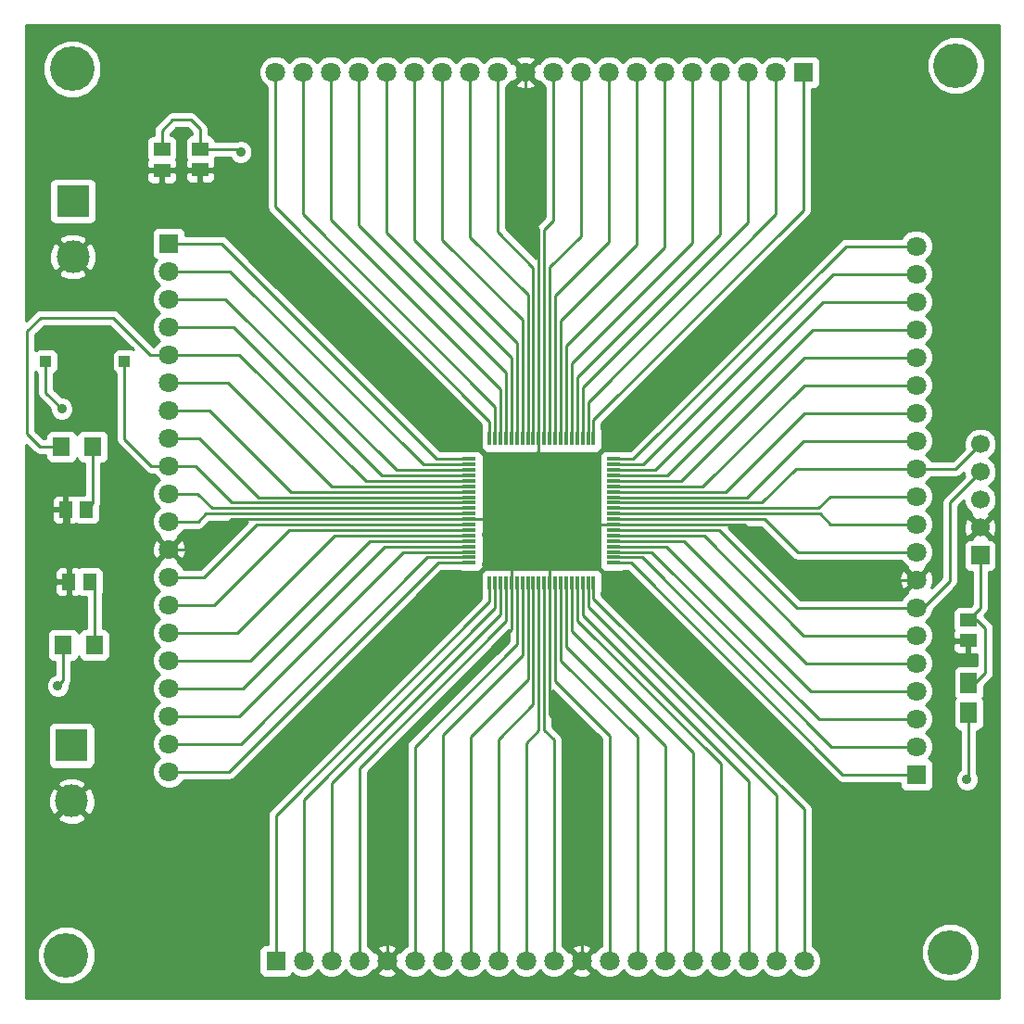
<source format=gtl>
G04 (created by PCBNEW (2013-07-07 BZR 4022)-stable) date 3/13/2015 2:12:22 PM*
%MOIN*%
G04 Gerber Fmt 3.4, Leading zero omitted, Abs format*
%FSLAX34Y34*%
G01*
G70*
G90*
G04 APERTURE LIST*
%ADD10C,0.00590551*%
%ADD11R,0.0394X0.0394*%
%ADD12R,0.0669291X0.0669291*%
%ADD13C,0.0669291*%
%ADD14R,0.0512X0.059*%
%ADD15R,0.059X0.0512*%
%ADD16R,0.1181X0.1181*%
%ADD17C,0.1181*%
%ADD18R,0.0629X0.0709*%
%ADD19R,0.0591X0.0768*%
%ADD20R,0.0511X0.0137*%
%ADD21R,0.0137X0.0511*%
%ADD22C,0.16*%
%ADD23R,0.0708661X0.0708661*%
%ADD24C,0.0708661*%
%ADD25C,0.035*%
%ADD26C,0.01*%
G04 APERTURE END LIST*
G54D10*
G54D11*
X44271Y-38838D03*
X47105Y-38838D03*
G54D12*
X77880Y-45820D03*
G54D13*
X77880Y-44820D03*
X77880Y-43820D03*
X77880Y-42820D03*
X77880Y-41820D03*
G54D14*
X45097Y-46771D03*
X45847Y-46771D03*
G54D15*
X49822Y-31949D03*
X49822Y-31199D03*
X48444Y-31969D03*
X48444Y-31219D03*
X77445Y-48888D03*
X77445Y-48138D03*
G54D14*
X44979Y-44173D03*
X45729Y-44173D03*
G54D16*
X45200Y-52660D03*
G54D17*
X45200Y-54660D03*
G54D18*
X45952Y-41909D03*
X44834Y-41909D03*
X46011Y-49035D03*
X44893Y-49035D03*
G54D19*
X77465Y-50412D03*
X77465Y-51494D03*
G54D20*
X59504Y-42350D03*
X59504Y-42547D03*
X59504Y-42744D03*
X59504Y-42941D03*
X59504Y-43138D03*
X59504Y-43335D03*
X59504Y-43532D03*
X59504Y-43728D03*
X59504Y-43925D03*
X59504Y-44122D03*
X59504Y-44318D03*
X59504Y-44515D03*
X59504Y-44712D03*
X59504Y-44908D03*
X59504Y-45105D03*
X59504Y-45302D03*
X59504Y-45499D03*
X59504Y-45696D03*
X59504Y-45893D03*
X59504Y-46090D03*
G54D21*
X60230Y-46816D03*
X60427Y-46816D03*
X60624Y-46816D03*
X60821Y-46816D03*
X61018Y-46816D03*
X61215Y-46816D03*
X61412Y-46816D03*
X61608Y-46816D03*
X61805Y-46816D03*
X62002Y-46816D03*
X62198Y-46816D03*
X62395Y-46816D03*
X62592Y-46816D03*
X62788Y-46816D03*
X62985Y-46816D03*
X63182Y-46816D03*
X63379Y-46816D03*
X63576Y-46816D03*
X63773Y-46816D03*
X63970Y-46816D03*
G54D20*
X64696Y-46090D03*
X64696Y-45893D03*
X64696Y-45696D03*
X64696Y-45499D03*
X64696Y-45302D03*
X64696Y-45105D03*
X64696Y-44908D03*
X64696Y-44712D03*
X64696Y-44515D03*
X64696Y-44318D03*
X64696Y-44122D03*
X64696Y-43925D03*
X64696Y-43728D03*
X64696Y-43532D03*
X64696Y-43335D03*
X64696Y-43138D03*
X64696Y-42941D03*
X64696Y-42744D03*
X64696Y-42547D03*
X64696Y-42350D03*
G54D21*
X63970Y-41624D03*
X63773Y-41624D03*
X63576Y-41624D03*
X63379Y-41624D03*
X63182Y-41624D03*
X62985Y-41624D03*
X62788Y-41624D03*
X62592Y-41624D03*
X62395Y-41624D03*
X62198Y-41624D03*
X62002Y-41624D03*
X61805Y-41624D03*
X61608Y-41624D03*
X61412Y-41624D03*
X61215Y-41624D03*
X61018Y-41624D03*
X60821Y-41624D03*
X60624Y-41624D03*
X60427Y-41624D03*
X60230Y-41624D03*
G54D22*
X45220Y-28320D03*
X45000Y-60200D03*
X77000Y-28200D03*
X76800Y-60100D03*
G54D23*
X52540Y-60400D03*
G54D24*
X53540Y-60400D03*
X54540Y-60400D03*
X55540Y-60400D03*
X56540Y-60400D03*
X57540Y-60400D03*
X58540Y-60400D03*
X59540Y-60400D03*
X60540Y-60400D03*
X61540Y-60400D03*
X62540Y-60400D03*
X63540Y-60400D03*
X64540Y-60400D03*
X65540Y-60400D03*
X66540Y-60400D03*
X67540Y-60400D03*
X68540Y-60400D03*
X69540Y-60400D03*
X70540Y-60400D03*
X71540Y-60400D03*
G54D23*
X48700Y-34600D03*
G54D24*
X48700Y-35600D03*
X48700Y-36600D03*
X48700Y-37600D03*
X48700Y-38600D03*
X48700Y-39600D03*
X48700Y-40600D03*
X48700Y-41600D03*
X48700Y-42600D03*
X48700Y-43600D03*
X48700Y-44600D03*
X48700Y-45600D03*
X48700Y-46600D03*
X48700Y-47600D03*
X48700Y-48600D03*
X48700Y-49600D03*
X48700Y-50600D03*
X48700Y-51600D03*
X48700Y-52600D03*
X48700Y-53600D03*
G54D23*
X75580Y-53700D03*
G54D24*
X75580Y-52700D03*
X75580Y-51700D03*
X75580Y-50700D03*
X75580Y-49700D03*
X75580Y-48700D03*
X75580Y-47700D03*
X75580Y-46700D03*
X75580Y-45700D03*
X75580Y-44700D03*
X75580Y-43700D03*
X75580Y-42700D03*
X75580Y-41700D03*
X75580Y-40700D03*
X75580Y-39700D03*
X75580Y-38700D03*
X75580Y-37700D03*
X75580Y-36700D03*
X75580Y-35700D03*
X75580Y-34700D03*
G54D23*
X71520Y-28440D03*
G54D24*
X70520Y-28440D03*
X69520Y-28440D03*
X68520Y-28440D03*
X67520Y-28440D03*
X66520Y-28440D03*
X65520Y-28440D03*
X64520Y-28440D03*
X63520Y-28440D03*
X62520Y-28440D03*
X61520Y-28440D03*
X60520Y-28440D03*
X59520Y-28440D03*
X58520Y-28440D03*
X57520Y-28440D03*
X56520Y-28440D03*
X55520Y-28440D03*
X54520Y-28440D03*
X53520Y-28440D03*
X52520Y-28440D03*
G54D16*
X45240Y-33080D03*
G54D17*
X45240Y-35080D03*
G54D25*
X63523Y-44960D03*
X62106Y-45649D03*
X60118Y-46161D03*
X60118Y-45078D03*
X61318Y-42677D03*
X77401Y-53877D03*
X44842Y-40551D03*
X44704Y-50511D03*
X51279Y-31318D03*
G54D26*
X64696Y-44712D02*
X69377Y-44712D01*
X71365Y-46700D02*
X75580Y-46700D01*
X69377Y-44712D02*
X71365Y-46700D01*
X62002Y-41624D02*
X62002Y-34068D01*
X61520Y-33586D02*
X61520Y-28440D01*
X62002Y-34068D02*
X61520Y-33586D01*
X56540Y-60400D02*
X56540Y-52967D01*
X61018Y-48489D02*
X61018Y-46816D01*
X56540Y-52967D02*
X61018Y-48489D01*
X63540Y-60400D02*
X63540Y-52673D01*
X62395Y-51528D02*
X62395Y-46816D01*
X63540Y-52673D02*
X62395Y-51528D01*
X45097Y-46771D02*
X45097Y-44291D01*
X45097Y-44291D02*
X44979Y-44173D01*
X64696Y-44712D02*
X64185Y-44712D01*
X63937Y-44960D02*
X63523Y-44960D01*
X64185Y-44712D02*
X63937Y-44960D01*
X62395Y-46816D02*
X62395Y-46253D01*
X62395Y-46253D02*
X62106Y-45964D01*
X62106Y-45964D02*
X62106Y-45649D01*
X61018Y-46816D02*
X61018Y-46372D01*
X60807Y-46161D02*
X60118Y-46161D01*
X61018Y-46372D02*
X60807Y-46161D01*
X59504Y-44515D02*
X60007Y-44515D01*
X60118Y-44625D02*
X60118Y-45078D01*
X60007Y-44515D02*
X60118Y-44625D01*
X62002Y-41624D02*
X62002Y-42072D01*
X61318Y-42401D02*
X61318Y-42677D01*
X61515Y-42204D02*
X61318Y-42401D01*
X61870Y-42204D02*
X61515Y-42204D01*
X62002Y-42072D02*
X61870Y-42204D01*
X59504Y-44515D02*
X50957Y-44515D01*
X49872Y-45600D02*
X48700Y-45600D01*
X50957Y-44515D02*
X49872Y-45600D01*
X44834Y-41909D02*
X44055Y-41909D01*
X48029Y-38600D02*
X48700Y-38600D01*
X46692Y-37263D02*
X48029Y-38600D01*
X44094Y-37263D02*
X46692Y-37263D01*
X43602Y-37755D02*
X44094Y-37263D01*
X43602Y-41456D02*
X43602Y-37755D01*
X44055Y-41909D02*
X43602Y-41456D01*
X59504Y-43138D02*
X55775Y-43138D01*
X51237Y-38600D02*
X48700Y-38600D01*
X55775Y-43138D02*
X51237Y-38600D01*
X77880Y-45820D02*
X77880Y-47704D01*
X77880Y-47704D02*
X77445Y-48138D01*
X47105Y-38838D02*
X47105Y-41633D01*
X48072Y-42600D02*
X48700Y-42600D01*
X47105Y-41633D02*
X48072Y-42600D01*
X77465Y-50412D02*
X77698Y-50412D01*
X77764Y-48138D02*
X77445Y-48138D01*
X78070Y-48444D02*
X77764Y-48138D01*
X78070Y-50039D02*
X78070Y-48444D01*
X77698Y-50412D02*
X78070Y-50039D01*
X59504Y-43925D02*
X50972Y-43925D01*
X50972Y-43925D02*
X49647Y-42600D01*
X49647Y-42600D02*
X48700Y-42600D01*
X75580Y-42700D02*
X77000Y-42700D01*
X77000Y-42700D02*
X77880Y-41820D01*
X64696Y-43925D02*
X70031Y-43925D01*
X71256Y-42700D02*
X75580Y-42700D01*
X70031Y-43925D02*
X71256Y-42700D01*
X75580Y-47700D02*
X75823Y-47700D01*
X76791Y-43908D02*
X77880Y-42820D01*
X76791Y-46732D02*
X76791Y-43908D01*
X75823Y-47700D02*
X76791Y-46732D01*
X64696Y-44908D02*
X68490Y-44908D01*
X71282Y-47700D02*
X75580Y-47700D01*
X68490Y-44908D02*
X71282Y-47700D01*
X61540Y-60400D02*
X61540Y-52574D01*
X62002Y-52112D02*
X62002Y-46816D01*
X61540Y-52574D02*
X62002Y-52112D01*
X61805Y-46816D02*
X61805Y-51187D01*
X60540Y-52452D02*
X60540Y-60400D01*
X61805Y-51187D02*
X60540Y-52452D01*
X61608Y-46816D02*
X61608Y-50281D01*
X59540Y-52349D02*
X59540Y-60400D01*
X61608Y-50281D02*
X59540Y-52349D01*
X58540Y-60400D02*
X58540Y-52267D01*
X61412Y-49395D02*
X61412Y-46816D01*
X58540Y-52267D02*
X61412Y-49395D01*
X62788Y-46816D02*
X62788Y-49599D01*
X65540Y-52351D02*
X65540Y-60400D01*
X62788Y-49599D02*
X65540Y-52351D01*
X62592Y-46816D02*
X62592Y-50347D01*
X64540Y-52295D02*
X64540Y-60400D01*
X62592Y-50347D02*
X64540Y-52295D01*
X64696Y-44318D02*
X72113Y-44318D01*
X72495Y-44700D02*
X75580Y-44700D01*
X72113Y-44318D02*
X72495Y-44700D01*
X64696Y-44515D02*
X70125Y-44515D01*
X71310Y-45700D02*
X75580Y-45700D01*
X70125Y-44515D02*
X71310Y-45700D01*
X64696Y-42744D02*
X66193Y-42744D01*
X72237Y-36700D02*
X75580Y-36700D01*
X66193Y-42744D02*
X72237Y-36700D01*
X64696Y-42941D02*
X66606Y-42941D01*
X71847Y-37700D02*
X75580Y-37700D01*
X66606Y-42941D02*
X71847Y-37700D01*
X64696Y-43138D02*
X67117Y-43138D01*
X71555Y-38700D02*
X75580Y-38700D01*
X67117Y-43138D02*
X71555Y-38700D01*
X64696Y-43335D02*
X67905Y-43335D01*
X71540Y-39700D02*
X75580Y-39700D01*
X67905Y-43335D02*
X71540Y-39700D01*
X64696Y-43532D02*
X68731Y-43532D01*
X71563Y-40700D02*
X75580Y-40700D01*
X68731Y-43532D02*
X71563Y-40700D01*
X64696Y-43728D02*
X69480Y-43728D01*
X71508Y-41700D02*
X75580Y-41700D01*
X69480Y-43728D02*
X71508Y-41700D01*
X63182Y-46816D02*
X63182Y-48556D01*
X67540Y-52914D02*
X67540Y-60400D01*
X63182Y-48556D02*
X67540Y-52914D01*
X62985Y-46816D02*
X62985Y-49126D01*
X66540Y-52681D02*
X66540Y-60400D01*
X62985Y-49126D02*
X66540Y-52681D01*
X64696Y-45696D02*
X66070Y-45696D01*
X72074Y-51700D02*
X75580Y-51700D01*
X66070Y-45696D02*
X72074Y-51700D01*
X64696Y-45499D02*
X66601Y-45499D01*
X71802Y-50700D02*
X75580Y-50700D01*
X66601Y-45499D02*
X71802Y-50700D01*
X64696Y-45302D02*
X67231Y-45302D01*
X71629Y-49700D02*
X75580Y-49700D01*
X67231Y-45302D02*
X71629Y-49700D01*
X64696Y-45105D02*
X67939Y-45105D01*
X71534Y-48700D02*
X75580Y-48700D01*
X67939Y-45105D02*
X71534Y-48700D01*
X63379Y-46816D02*
X63379Y-48162D01*
X68540Y-53323D02*
X68540Y-60400D01*
X63379Y-48162D02*
X68540Y-53323D01*
X63576Y-46816D02*
X63576Y-47965D01*
X69540Y-53929D02*
X69540Y-60400D01*
X63576Y-47965D02*
X69540Y-53929D01*
X61805Y-41624D02*
X61805Y-35466D01*
X60520Y-34181D02*
X60520Y-28440D01*
X61805Y-35466D02*
X60520Y-34181D01*
X62395Y-41624D02*
X62395Y-35459D01*
X63520Y-34334D02*
X63520Y-28440D01*
X62395Y-35459D02*
X63520Y-34334D01*
X62592Y-41624D02*
X62592Y-36463D01*
X64520Y-34535D02*
X64520Y-28440D01*
X62592Y-36463D02*
X64520Y-34535D01*
X62788Y-41624D02*
X62788Y-37389D01*
X65520Y-34657D02*
X65520Y-28440D01*
X62788Y-37389D02*
X65520Y-34657D01*
X62985Y-41624D02*
X62985Y-38294D01*
X66520Y-34759D02*
X66520Y-28440D01*
X62985Y-38294D02*
X66520Y-34759D01*
X63182Y-41624D02*
X63182Y-38924D01*
X67520Y-34586D02*
X67520Y-28440D01*
X63182Y-38924D02*
X67520Y-34586D01*
X63379Y-41624D02*
X63379Y-39416D01*
X68520Y-34275D02*
X68520Y-28440D01*
X63379Y-39416D02*
X68520Y-34275D01*
X63576Y-41624D02*
X63576Y-39790D01*
X69520Y-33846D02*
X69520Y-28440D01*
X63576Y-39790D02*
X69520Y-33846D01*
X48700Y-37600D02*
X51025Y-37600D01*
X56366Y-42941D02*
X59504Y-42941D01*
X51025Y-37600D02*
X56366Y-42941D01*
X59504Y-42744D02*
X56877Y-42744D01*
X50733Y-36600D02*
X48700Y-36600D01*
X56877Y-42744D02*
X50733Y-36600D01*
X60624Y-41624D02*
X60624Y-39836D01*
X54520Y-33732D02*
X54520Y-28440D01*
X60624Y-39836D02*
X54520Y-33732D01*
X60821Y-41624D02*
X60821Y-39246D01*
X55520Y-33945D02*
X55520Y-28440D01*
X60821Y-39246D02*
X55520Y-33945D01*
X61018Y-41624D02*
X61018Y-38714D01*
X56520Y-34216D02*
X56520Y-28440D01*
X61018Y-38714D02*
X56520Y-34216D01*
X61215Y-41624D02*
X61215Y-38163D01*
X57520Y-34468D02*
X57520Y-28440D01*
X61215Y-38163D02*
X57520Y-34468D01*
X61412Y-41624D02*
X61412Y-37356D01*
X58520Y-34464D02*
X58520Y-28440D01*
X61412Y-37356D02*
X58520Y-34464D01*
X61608Y-41624D02*
X61608Y-36450D01*
X59520Y-34362D02*
X59520Y-28440D01*
X61608Y-36450D02*
X59520Y-34362D01*
X60821Y-46816D02*
X60821Y-48194D01*
X55540Y-53475D02*
X55540Y-60400D01*
X60821Y-48194D02*
X55540Y-53475D01*
X60624Y-46816D02*
X60624Y-47938D01*
X54540Y-54022D02*
X54540Y-60400D01*
X60624Y-47938D02*
X54540Y-54022D01*
X59504Y-45696D02*
X57118Y-45696D01*
X51214Y-51600D02*
X48700Y-51600D01*
X57118Y-45696D02*
X51214Y-51600D01*
X48700Y-50600D02*
X51348Y-50600D01*
X56449Y-45499D02*
X59504Y-45499D01*
X51348Y-50600D02*
X56449Y-45499D01*
X59504Y-45302D02*
X55918Y-45302D01*
X51620Y-49600D02*
X48700Y-49600D01*
X55918Y-45302D02*
X51620Y-49600D01*
X48700Y-48600D02*
X51163Y-48600D01*
X54658Y-45105D02*
X59504Y-45105D01*
X51163Y-48600D02*
X54658Y-45105D01*
X48700Y-47600D02*
X50333Y-47600D01*
X53025Y-44908D02*
X59504Y-44908D01*
X50333Y-47600D02*
X53025Y-44908D01*
X48700Y-46600D02*
X49955Y-46600D01*
X51843Y-44712D02*
X59504Y-44712D01*
X49955Y-46600D02*
X51843Y-44712D01*
X48700Y-39600D02*
X50820Y-39600D01*
X54555Y-43335D02*
X59504Y-43335D01*
X50820Y-39600D02*
X54555Y-43335D01*
X59504Y-43532D02*
X53079Y-43532D01*
X50147Y-40600D02*
X48700Y-40600D01*
X53079Y-43532D02*
X50147Y-40600D01*
X48700Y-41600D02*
X49788Y-41600D01*
X51916Y-43728D02*
X59504Y-43728D01*
X49788Y-41600D02*
X51916Y-43728D01*
X48700Y-43600D02*
X49722Y-43600D01*
X50244Y-44122D02*
X59504Y-44122D01*
X49722Y-43600D02*
X50244Y-44122D01*
X60427Y-41624D02*
X60427Y-40466D01*
X53520Y-33559D02*
X53520Y-28440D01*
X60427Y-40466D02*
X53520Y-33559D01*
X60230Y-41624D02*
X60230Y-40997D01*
X52520Y-33287D02*
X52520Y-28440D01*
X60230Y-40997D02*
X52520Y-33287D01*
X59504Y-42350D02*
X58334Y-42350D01*
X50584Y-34600D02*
X48700Y-34600D01*
X58334Y-42350D02*
X50584Y-34600D01*
X48700Y-35600D02*
X50895Y-35600D01*
X57842Y-42547D02*
X59504Y-42547D01*
X50895Y-35600D02*
X57842Y-42547D01*
X53540Y-60400D02*
X53540Y-54609D01*
X60427Y-47722D02*
X60427Y-46816D01*
X53540Y-54609D02*
X60427Y-47722D01*
X60230Y-46816D02*
X60230Y-47486D01*
X52540Y-55176D02*
X52540Y-60400D01*
X60230Y-47486D02*
X52540Y-55176D01*
X59504Y-46090D02*
X58378Y-46090D01*
X50868Y-53600D02*
X48700Y-53600D01*
X58378Y-46090D02*
X50868Y-53600D01*
X48700Y-52600D02*
X51297Y-52600D01*
X58004Y-45893D02*
X59504Y-45893D01*
X51297Y-52600D02*
X58004Y-45893D01*
X63773Y-41624D02*
X63773Y-40301D01*
X70520Y-33554D02*
X70520Y-28440D01*
X63773Y-40301D02*
X70520Y-33554D01*
X63970Y-41624D02*
X63970Y-40951D01*
X71520Y-33401D02*
X71520Y-28440D01*
X63970Y-40951D02*
X71520Y-33401D01*
X64696Y-42350D02*
X65405Y-42350D01*
X73055Y-34700D02*
X75580Y-34700D01*
X65405Y-42350D02*
X73055Y-34700D01*
X64696Y-42547D02*
X65740Y-42547D01*
X72587Y-35700D02*
X75580Y-35700D01*
X65740Y-42547D02*
X72587Y-35700D01*
X63773Y-46816D02*
X63773Y-47690D01*
X70540Y-54457D02*
X70540Y-60400D01*
X63773Y-47690D02*
X70540Y-54457D01*
X63970Y-46816D02*
X63970Y-47375D01*
X71540Y-54945D02*
X71540Y-60400D01*
X63970Y-47375D02*
X71540Y-54945D01*
X64696Y-46090D02*
X65322Y-46090D01*
X72932Y-53700D02*
X75580Y-53700D01*
X65322Y-46090D02*
X72932Y-53700D01*
X64696Y-45893D02*
X65715Y-45893D01*
X72522Y-52700D02*
X75580Y-52700D01*
X65715Y-45893D02*
X72522Y-52700D01*
X77465Y-51494D02*
X77465Y-53813D01*
X77465Y-53813D02*
X77401Y-53877D01*
X44271Y-38838D02*
X44271Y-39980D01*
X44271Y-39980D02*
X44842Y-40551D01*
X64696Y-44122D02*
X72059Y-44122D01*
X72481Y-43700D02*
X75580Y-43700D01*
X72059Y-44122D02*
X72481Y-43700D01*
X62198Y-41624D02*
X62198Y-34101D01*
X62520Y-33779D02*
X62520Y-28440D01*
X62198Y-34101D02*
X62520Y-33779D01*
X61215Y-46816D02*
X61215Y-49021D01*
X57540Y-52696D02*
X57540Y-60400D01*
X61215Y-49021D02*
X57540Y-52696D01*
X62540Y-60400D02*
X62540Y-52441D01*
X62198Y-52099D02*
X62198Y-46816D01*
X62540Y-52441D02*
X62198Y-52099D01*
X44893Y-49035D02*
X44893Y-50322D01*
X44893Y-50322D02*
X44704Y-50511D01*
X49822Y-31199D02*
X51160Y-31199D01*
X51160Y-31199D02*
X51279Y-31318D01*
X48444Y-31219D02*
X48444Y-30551D01*
X49822Y-30492D02*
X49822Y-31199D01*
X49488Y-30157D02*
X49822Y-30492D01*
X48838Y-30157D02*
X49488Y-30157D01*
X48444Y-30551D02*
X48838Y-30157D01*
X48700Y-44600D02*
X49750Y-44600D01*
X50032Y-44318D02*
X59504Y-44318D01*
X49750Y-44600D02*
X50032Y-44318D01*
X46011Y-49035D02*
X46011Y-46935D01*
X46011Y-46935D02*
X45847Y-46771D01*
X45952Y-41909D02*
X45952Y-43949D01*
X45952Y-43949D02*
X45729Y-44173D01*
G54D10*
G36*
X77308Y-42967D02*
X76579Y-43696D01*
X76514Y-43793D01*
X76491Y-43908D01*
X76491Y-46608D01*
X76122Y-46977D01*
X76188Y-46794D01*
X76178Y-46554D01*
X76106Y-46379D01*
X76005Y-46345D01*
X75650Y-46700D01*
X75656Y-46705D01*
X75585Y-46776D01*
X75580Y-46770D01*
X75509Y-46841D01*
X75509Y-46700D01*
X75154Y-46345D01*
X75053Y-46379D01*
X74971Y-46605D01*
X74981Y-46845D01*
X75053Y-47020D01*
X75154Y-47054D01*
X75509Y-46700D01*
X75509Y-46841D01*
X75225Y-47125D01*
X75245Y-47184D01*
X75238Y-47187D01*
X75067Y-47357D01*
X75050Y-47400D01*
X71406Y-47400D01*
X68821Y-44815D01*
X70000Y-44815D01*
X71098Y-45912D01*
X71098Y-45912D01*
X71195Y-45977D01*
X71310Y-46000D01*
X75050Y-46000D01*
X75067Y-46041D01*
X75237Y-46212D01*
X75245Y-46215D01*
X75225Y-46274D01*
X75580Y-46629D01*
X75934Y-46274D01*
X75914Y-46215D01*
X75921Y-46212D01*
X76092Y-46042D01*
X76184Y-45820D01*
X76184Y-45580D01*
X76092Y-45358D01*
X75934Y-45199D01*
X76092Y-45042D01*
X76184Y-44820D01*
X76184Y-44580D01*
X76092Y-44358D01*
X75934Y-44199D01*
X76092Y-44042D01*
X76184Y-43820D01*
X76184Y-43580D01*
X76092Y-43358D01*
X75934Y-43199D01*
X76092Y-43042D01*
X76109Y-43000D01*
X77000Y-43000D01*
X77000Y-42999D01*
X77114Y-42977D01*
X77114Y-42977D01*
X77212Y-42912D01*
X77295Y-42828D01*
X77295Y-42935D01*
X77308Y-42967D01*
X77308Y-42967D01*
G37*
G54D26*
X77308Y-42967D02*
X76579Y-43696D01*
X76514Y-43793D01*
X76491Y-43908D01*
X76491Y-46608D01*
X76122Y-46977D01*
X76188Y-46794D01*
X76178Y-46554D01*
X76106Y-46379D01*
X76005Y-46345D01*
X75650Y-46700D01*
X75656Y-46705D01*
X75585Y-46776D01*
X75580Y-46770D01*
X75509Y-46841D01*
X75509Y-46700D01*
X75154Y-46345D01*
X75053Y-46379D01*
X74971Y-46605D01*
X74981Y-46845D01*
X75053Y-47020D01*
X75154Y-47054D01*
X75509Y-46700D01*
X75509Y-46841D01*
X75225Y-47125D01*
X75245Y-47184D01*
X75238Y-47187D01*
X75067Y-47357D01*
X75050Y-47400D01*
X71406Y-47400D01*
X68821Y-44815D01*
X70000Y-44815D01*
X71098Y-45912D01*
X71098Y-45912D01*
X71195Y-45977D01*
X71310Y-46000D01*
X75050Y-46000D01*
X75067Y-46041D01*
X75237Y-46212D01*
X75245Y-46215D01*
X75225Y-46274D01*
X75580Y-46629D01*
X75934Y-46274D01*
X75914Y-46215D01*
X75921Y-46212D01*
X76092Y-46042D01*
X76184Y-45820D01*
X76184Y-45580D01*
X76092Y-45358D01*
X75934Y-45199D01*
X76092Y-45042D01*
X76184Y-44820D01*
X76184Y-44580D01*
X76092Y-44358D01*
X75934Y-44199D01*
X76092Y-44042D01*
X76184Y-43820D01*
X76184Y-43580D01*
X76092Y-43358D01*
X75934Y-43199D01*
X76092Y-43042D01*
X76109Y-43000D01*
X77000Y-43000D01*
X77000Y-42999D01*
X77114Y-42977D01*
X77114Y-42977D01*
X77212Y-42912D01*
X77295Y-42828D01*
X77295Y-42935D01*
X77308Y-42967D01*
G54D10*
G36*
X78550Y-61750D02*
X78469Y-61750D01*
X78469Y-44910D01*
X78464Y-44809D01*
X78464Y-43704D01*
X78375Y-43489D01*
X78211Y-43324D01*
X78200Y-43320D01*
X78210Y-43315D01*
X78375Y-43151D01*
X78464Y-42936D01*
X78464Y-42704D01*
X78375Y-42489D01*
X78211Y-42324D01*
X78200Y-42320D01*
X78210Y-42315D01*
X78375Y-42151D01*
X78464Y-41936D01*
X78464Y-41704D01*
X78375Y-41489D01*
X78211Y-41324D01*
X78050Y-41257D01*
X78050Y-27992D01*
X77890Y-27606D01*
X77595Y-27310D01*
X77209Y-27150D01*
X76792Y-27149D01*
X76406Y-27309D01*
X76110Y-27604D01*
X75950Y-27990D01*
X75949Y-28407D01*
X76109Y-28794D01*
X76404Y-29089D01*
X76790Y-29249D01*
X77207Y-29250D01*
X77594Y-29090D01*
X77889Y-28795D01*
X78049Y-28409D01*
X78050Y-27992D01*
X78050Y-41257D01*
X77996Y-41235D01*
X77764Y-41235D01*
X77549Y-41324D01*
X77384Y-41488D01*
X77295Y-41703D01*
X77295Y-41935D01*
X77308Y-41967D01*
X76875Y-42400D01*
X76109Y-42400D01*
X76092Y-42358D01*
X75934Y-42199D01*
X76092Y-42042D01*
X76184Y-41820D01*
X76184Y-41580D01*
X76092Y-41358D01*
X75934Y-41199D01*
X76092Y-41042D01*
X76184Y-40820D01*
X76184Y-40580D01*
X76092Y-40358D01*
X75934Y-40199D01*
X76092Y-40042D01*
X76184Y-39820D01*
X76184Y-39580D01*
X76092Y-39358D01*
X75934Y-39199D01*
X76092Y-39042D01*
X76184Y-38820D01*
X76184Y-38580D01*
X76092Y-38358D01*
X75934Y-38199D01*
X76092Y-38042D01*
X76184Y-37820D01*
X76184Y-37580D01*
X76092Y-37358D01*
X75934Y-37199D01*
X76092Y-37042D01*
X76184Y-36820D01*
X76184Y-36580D01*
X76092Y-36358D01*
X75934Y-36199D01*
X76092Y-36042D01*
X76184Y-35820D01*
X76184Y-35580D01*
X76092Y-35358D01*
X75934Y-35199D01*
X76092Y-35042D01*
X76184Y-34820D01*
X76184Y-34580D01*
X76092Y-34358D01*
X75922Y-34187D01*
X75700Y-34095D01*
X75460Y-34095D01*
X75238Y-34187D01*
X75067Y-34357D01*
X75050Y-34400D01*
X73055Y-34400D01*
X72941Y-34422D01*
X72843Y-34487D01*
X72124Y-35207D01*
X72124Y-28744D01*
X72124Y-28036D01*
X72086Y-27944D01*
X72016Y-27873D01*
X71924Y-27835D01*
X71824Y-27835D01*
X71116Y-27835D01*
X71024Y-27873D01*
X70953Y-27943D01*
X70931Y-27997D01*
X70862Y-27927D01*
X70640Y-27835D01*
X70400Y-27835D01*
X70178Y-27927D01*
X70019Y-28085D01*
X69862Y-27927D01*
X69640Y-27835D01*
X69400Y-27835D01*
X69178Y-27927D01*
X69019Y-28085D01*
X68862Y-27927D01*
X68640Y-27835D01*
X68400Y-27835D01*
X68178Y-27927D01*
X68019Y-28085D01*
X67862Y-27927D01*
X67640Y-27835D01*
X67400Y-27835D01*
X67178Y-27927D01*
X67019Y-28085D01*
X66862Y-27927D01*
X66640Y-27835D01*
X66400Y-27835D01*
X66178Y-27927D01*
X66019Y-28085D01*
X65862Y-27927D01*
X65640Y-27835D01*
X65400Y-27835D01*
X65178Y-27927D01*
X65019Y-28085D01*
X64862Y-27927D01*
X64640Y-27835D01*
X64400Y-27835D01*
X64178Y-27927D01*
X64019Y-28085D01*
X63862Y-27927D01*
X63640Y-27835D01*
X63400Y-27835D01*
X63178Y-27927D01*
X63019Y-28085D01*
X62862Y-27927D01*
X62640Y-27835D01*
X62400Y-27835D01*
X62178Y-27927D01*
X62007Y-28097D01*
X62004Y-28105D01*
X61945Y-28085D01*
X61874Y-28156D01*
X61874Y-28014D01*
X61840Y-27913D01*
X61614Y-27831D01*
X61374Y-27841D01*
X61199Y-27913D01*
X61165Y-28014D01*
X61520Y-28369D01*
X61874Y-28014D01*
X61874Y-28156D01*
X61590Y-28440D01*
X61945Y-28794D01*
X62004Y-28774D01*
X62007Y-28781D01*
X62177Y-28952D01*
X62220Y-28969D01*
X62220Y-33654D01*
X61985Y-33889D01*
X61920Y-33986D01*
X61898Y-34101D01*
X61898Y-35135D01*
X61874Y-35111D01*
X61874Y-28865D01*
X61520Y-28510D01*
X61165Y-28865D01*
X61199Y-28966D01*
X61425Y-29048D01*
X61665Y-29038D01*
X61840Y-28966D01*
X61874Y-28865D01*
X61874Y-35111D01*
X60820Y-34057D01*
X60820Y-28969D01*
X60861Y-28952D01*
X61032Y-28782D01*
X61035Y-28774D01*
X61094Y-28794D01*
X61449Y-28440D01*
X61094Y-28085D01*
X61035Y-28105D01*
X61032Y-28098D01*
X60862Y-27927D01*
X60640Y-27835D01*
X60400Y-27835D01*
X60178Y-27927D01*
X60019Y-28085D01*
X59862Y-27927D01*
X59640Y-27835D01*
X59400Y-27835D01*
X59178Y-27927D01*
X59019Y-28085D01*
X58862Y-27927D01*
X58640Y-27835D01*
X58400Y-27835D01*
X58178Y-27927D01*
X58019Y-28085D01*
X57862Y-27927D01*
X57640Y-27835D01*
X57400Y-27835D01*
X57178Y-27927D01*
X57019Y-28085D01*
X56862Y-27927D01*
X56640Y-27835D01*
X56400Y-27835D01*
X56178Y-27927D01*
X56019Y-28085D01*
X55862Y-27927D01*
X55640Y-27835D01*
X55400Y-27835D01*
X55178Y-27927D01*
X55019Y-28085D01*
X54862Y-27927D01*
X54640Y-27835D01*
X54400Y-27835D01*
X54178Y-27927D01*
X54019Y-28085D01*
X53862Y-27927D01*
X53640Y-27835D01*
X53400Y-27835D01*
X53178Y-27927D01*
X53019Y-28085D01*
X52862Y-27927D01*
X52640Y-27835D01*
X52400Y-27835D01*
X52178Y-27927D01*
X52007Y-28097D01*
X51915Y-28319D01*
X51915Y-28559D01*
X52007Y-28781D01*
X52177Y-28952D01*
X52220Y-28969D01*
X52220Y-33287D01*
X52242Y-33402D01*
X52307Y-33499D01*
X59930Y-41121D01*
X59930Y-41274D01*
X59911Y-41318D01*
X59911Y-41418D01*
X59911Y-41929D01*
X59949Y-42020D01*
X60019Y-42091D01*
X60111Y-42129D01*
X60211Y-42129D01*
X60348Y-42129D01*
X60348Y-42129D01*
X60408Y-42129D01*
X60545Y-42129D01*
X60545Y-42129D01*
X60605Y-42129D01*
X60742Y-42129D01*
X60742Y-42129D01*
X60802Y-42129D01*
X60939Y-42129D01*
X60939Y-42129D01*
X60999Y-42129D01*
X61136Y-42129D01*
X61136Y-42129D01*
X61196Y-42129D01*
X61333Y-42129D01*
X61333Y-42129D01*
X61393Y-42129D01*
X61530Y-42129D01*
X61530Y-42129D01*
X61589Y-42129D01*
X61726Y-42129D01*
X61726Y-42129D01*
X61786Y-42129D01*
X61883Y-42129D01*
X61923Y-42129D01*
X62001Y-42097D01*
X62079Y-42129D01*
X62098Y-42129D01*
X62098Y-42129D01*
X62120Y-42129D01*
X62120Y-42129D01*
X62179Y-42129D01*
X62316Y-42129D01*
X62316Y-42129D01*
X62376Y-42129D01*
X62513Y-42129D01*
X62513Y-42129D01*
X62573Y-42129D01*
X62710Y-42129D01*
X62710Y-42129D01*
X62769Y-42129D01*
X62906Y-42129D01*
X62906Y-42129D01*
X62966Y-42129D01*
X63103Y-42129D01*
X63103Y-42129D01*
X63163Y-42129D01*
X63300Y-42129D01*
X63300Y-42129D01*
X63360Y-42129D01*
X63497Y-42129D01*
X63497Y-42129D01*
X63557Y-42129D01*
X63694Y-42129D01*
X63694Y-42129D01*
X63754Y-42129D01*
X63891Y-42129D01*
X63891Y-42129D01*
X63951Y-42129D01*
X64088Y-42129D01*
X64179Y-42091D01*
X64250Y-42021D01*
X64288Y-41929D01*
X64288Y-41829D01*
X64288Y-41318D01*
X64270Y-41274D01*
X64270Y-41075D01*
X71732Y-33613D01*
X71732Y-33613D01*
X71797Y-33516D01*
X71819Y-33401D01*
X71820Y-33401D01*
X71820Y-29044D01*
X71923Y-29044D01*
X72015Y-29006D01*
X72086Y-28936D01*
X72124Y-28844D01*
X72124Y-28744D01*
X72124Y-35207D01*
X65281Y-42050D01*
X65045Y-42050D01*
X65001Y-42031D01*
X64901Y-42031D01*
X64390Y-42031D01*
X64299Y-42069D01*
X64228Y-42139D01*
X64190Y-42231D01*
X64190Y-42331D01*
X64190Y-42468D01*
X64190Y-42468D01*
X64190Y-42528D01*
X64190Y-42665D01*
X64190Y-42665D01*
X64190Y-42725D01*
X64190Y-42862D01*
X64190Y-42862D01*
X64190Y-42922D01*
X64190Y-43059D01*
X64190Y-43059D01*
X64190Y-43119D01*
X64190Y-43256D01*
X64190Y-43256D01*
X64190Y-43316D01*
X64190Y-43453D01*
X64190Y-43453D01*
X64190Y-43513D01*
X64190Y-43650D01*
X64190Y-43650D01*
X64190Y-43709D01*
X64190Y-43846D01*
X64190Y-43846D01*
X64190Y-43906D01*
X64190Y-44043D01*
X64190Y-44043D01*
X64190Y-44103D01*
X64190Y-44240D01*
X64190Y-44240D01*
X64190Y-44299D01*
X64190Y-44436D01*
X64190Y-44436D01*
X64190Y-44496D01*
X64190Y-44633D01*
X64190Y-44633D01*
X64190Y-44615D01*
X64190Y-44615D01*
X64190Y-44633D01*
X64222Y-44711D01*
X64190Y-44789D01*
X64190Y-44808D01*
X64190Y-44808D01*
X64190Y-44810D01*
X64190Y-44889D01*
X64190Y-45026D01*
X64190Y-45026D01*
X64190Y-45086D01*
X64190Y-45223D01*
X64190Y-45223D01*
X64190Y-45283D01*
X64190Y-45420D01*
X64190Y-45420D01*
X64190Y-45480D01*
X64190Y-45617D01*
X64190Y-45617D01*
X64190Y-45677D01*
X64190Y-45814D01*
X64190Y-45814D01*
X64190Y-45874D01*
X64190Y-46011D01*
X64190Y-46011D01*
X64190Y-46071D01*
X64190Y-46208D01*
X64228Y-46299D01*
X64298Y-46370D01*
X64390Y-46408D01*
X64490Y-46408D01*
X65001Y-46408D01*
X65045Y-46390D01*
X65198Y-46390D01*
X72720Y-53912D01*
X72720Y-53912D01*
X72817Y-53977D01*
X72932Y-54000D01*
X74975Y-54000D01*
X74975Y-54103D01*
X75013Y-54195D01*
X75083Y-54266D01*
X75175Y-54304D01*
X75275Y-54304D01*
X75983Y-54304D01*
X76075Y-54266D01*
X76146Y-54196D01*
X76184Y-54104D01*
X76184Y-54004D01*
X76184Y-53296D01*
X76146Y-53204D01*
X76076Y-53133D01*
X76022Y-53111D01*
X76092Y-53042D01*
X76184Y-52820D01*
X76184Y-52580D01*
X76092Y-52358D01*
X75934Y-52199D01*
X76092Y-52042D01*
X76184Y-51820D01*
X76184Y-51580D01*
X76092Y-51358D01*
X75934Y-51199D01*
X76092Y-51042D01*
X76184Y-50820D01*
X76184Y-50580D01*
X76092Y-50358D01*
X75934Y-50199D01*
X76092Y-50042D01*
X76184Y-49820D01*
X76184Y-49580D01*
X76092Y-49358D01*
X75934Y-49199D01*
X76092Y-49042D01*
X76184Y-48820D01*
X76184Y-48580D01*
X76092Y-48358D01*
X75934Y-48199D01*
X76092Y-48042D01*
X76184Y-47820D01*
X76184Y-47763D01*
X77003Y-46944D01*
X77003Y-46944D01*
X77068Y-46847D01*
X77091Y-46732D01*
X77091Y-46732D01*
X77091Y-44032D01*
X77295Y-43828D01*
X77295Y-43935D01*
X77384Y-44150D01*
X77548Y-44315D01*
X77567Y-44323D01*
X77539Y-44408D01*
X77880Y-44749D01*
X78220Y-44408D01*
X78192Y-44323D01*
X78210Y-44315D01*
X78375Y-44151D01*
X78464Y-43936D01*
X78464Y-43704D01*
X78464Y-44809D01*
X78458Y-44677D01*
X78389Y-44511D01*
X78291Y-44479D01*
X77950Y-44820D01*
X78291Y-45160D01*
X78389Y-45128D01*
X78469Y-44910D01*
X78469Y-61750D01*
X78464Y-61750D01*
X78464Y-46105D01*
X78464Y-45435D01*
X78426Y-45343D01*
X78356Y-45273D01*
X78264Y-45235D01*
X78218Y-45235D01*
X78220Y-45231D01*
X77880Y-44890D01*
X77809Y-44961D01*
X77809Y-44820D01*
X77468Y-44479D01*
X77370Y-44511D01*
X77290Y-44729D01*
X77301Y-44962D01*
X77370Y-45128D01*
X77468Y-45160D01*
X77809Y-44820D01*
X77809Y-44961D01*
X77539Y-45231D01*
X77541Y-45235D01*
X77495Y-45235D01*
X77403Y-45273D01*
X77333Y-45343D01*
X77295Y-45435D01*
X77295Y-45534D01*
X77295Y-46204D01*
X77333Y-46296D01*
X77403Y-46366D01*
X77495Y-46404D01*
X77580Y-46404D01*
X77580Y-47579D01*
X77527Y-47632D01*
X77101Y-47632D01*
X77009Y-47670D01*
X76939Y-47740D01*
X76901Y-47832D01*
X76900Y-47931D01*
X76900Y-48443D01*
X76929Y-48513D01*
X76900Y-48582D01*
X76900Y-48775D01*
X76963Y-48838D01*
X77395Y-48838D01*
X77395Y-48830D01*
X77495Y-48830D01*
X77495Y-48838D01*
X77503Y-48838D01*
X77503Y-48938D01*
X77495Y-48938D01*
X77495Y-49331D01*
X77558Y-49394D01*
X77691Y-49394D01*
X77770Y-49394D01*
X77770Y-49778D01*
X77711Y-49778D01*
X77395Y-49778D01*
X77395Y-49331D01*
X77395Y-48938D01*
X76963Y-48938D01*
X76900Y-49000D01*
X76900Y-49193D01*
X76938Y-49285D01*
X77009Y-49355D01*
X77101Y-49394D01*
X77200Y-49394D01*
X77333Y-49394D01*
X77395Y-49331D01*
X77395Y-49778D01*
X77120Y-49778D01*
X77029Y-49816D01*
X76958Y-49886D01*
X76920Y-49978D01*
X76920Y-50077D01*
X76920Y-50845D01*
X76958Y-50937D01*
X76973Y-50953D01*
X76958Y-50968D01*
X76920Y-51060D01*
X76920Y-51159D01*
X76920Y-51927D01*
X76958Y-52019D01*
X77028Y-52089D01*
X77120Y-52128D01*
X77165Y-52128D01*
X77165Y-53515D01*
X77161Y-53517D01*
X77041Y-53636D01*
X76976Y-53793D01*
X76976Y-53962D01*
X77041Y-54118D01*
X77160Y-54238D01*
X77316Y-54302D01*
X77485Y-54303D01*
X77642Y-54238D01*
X77761Y-54119D01*
X77826Y-53962D01*
X77826Y-53793D01*
X77765Y-53646D01*
X77765Y-52128D01*
X77810Y-52128D01*
X77902Y-52090D01*
X77973Y-52019D01*
X78011Y-51928D01*
X78011Y-51828D01*
X78011Y-51060D01*
X77973Y-50968D01*
X77958Y-50953D01*
X77973Y-50937D01*
X78011Y-50846D01*
X78011Y-50746D01*
X78011Y-50522D01*
X78282Y-50251D01*
X78282Y-50251D01*
X78348Y-50154D01*
X78370Y-50039D01*
X78370Y-50039D01*
X78370Y-48444D01*
X78348Y-48330D01*
X78282Y-48232D01*
X78282Y-48232D01*
X78029Y-47979D01*
X78092Y-47916D01*
X78157Y-47818D01*
X78157Y-47818D01*
X78179Y-47704D01*
X78180Y-47704D01*
X78180Y-46404D01*
X78264Y-46404D01*
X78356Y-46366D01*
X78426Y-46296D01*
X78464Y-46204D01*
X78464Y-46105D01*
X78464Y-61750D01*
X77850Y-61750D01*
X77850Y-59892D01*
X77690Y-59506D01*
X77395Y-59210D01*
X77009Y-59050D01*
X76592Y-59049D01*
X76206Y-59209D01*
X75910Y-59504D01*
X75750Y-59890D01*
X75749Y-60307D01*
X75909Y-60694D01*
X76204Y-60989D01*
X76590Y-61149D01*
X77007Y-61150D01*
X77394Y-60990D01*
X77689Y-60695D01*
X77849Y-60309D01*
X77850Y-59892D01*
X77850Y-61750D01*
X72144Y-61750D01*
X72144Y-60280D01*
X72052Y-60058D01*
X71882Y-59887D01*
X71840Y-59870D01*
X71840Y-54945D01*
X71817Y-54830D01*
X71752Y-54733D01*
X71752Y-54733D01*
X64270Y-47251D01*
X64270Y-47165D01*
X64288Y-47121D01*
X64288Y-47021D01*
X64288Y-46510D01*
X64250Y-46419D01*
X64180Y-46348D01*
X64088Y-46310D01*
X63988Y-46310D01*
X63851Y-46310D01*
X63851Y-46310D01*
X63791Y-46310D01*
X63654Y-46310D01*
X63654Y-46310D01*
X63594Y-46310D01*
X63457Y-46310D01*
X63457Y-46310D01*
X63397Y-46310D01*
X63260Y-46310D01*
X63260Y-46310D01*
X63200Y-46310D01*
X63063Y-46310D01*
X63063Y-46310D01*
X63003Y-46310D01*
X62866Y-46310D01*
X62866Y-46310D01*
X62806Y-46310D01*
X62669Y-46310D01*
X62669Y-46310D01*
X62610Y-46310D01*
X62513Y-46310D01*
X62473Y-46310D01*
X62394Y-46343D01*
X62316Y-46310D01*
X62298Y-46310D01*
X62298Y-46310D01*
X62276Y-46310D01*
X62276Y-46310D01*
X62216Y-46310D01*
X62079Y-46310D01*
X62079Y-46310D01*
X62020Y-46310D01*
X61883Y-46310D01*
X61883Y-46310D01*
X61823Y-46310D01*
X61686Y-46310D01*
X61686Y-46310D01*
X61626Y-46310D01*
X61489Y-46310D01*
X61489Y-46310D01*
X61430Y-46310D01*
X61293Y-46310D01*
X61293Y-46310D01*
X61233Y-46310D01*
X61136Y-46310D01*
X61096Y-46310D01*
X61017Y-46343D01*
X60939Y-46310D01*
X60921Y-46310D01*
X60921Y-46310D01*
X60899Y-46310D01*
X60899Y-46310D01*
X60839Y-46310D01*
X60702Y-46310D01*
X60702Y-46310D01*
X60642Y-46310D01*
X60505Y-46310D01*
X60505Y-46310D01*
X60445Y-46310D01*
X60308Y-46310D01*
X60308Y-46310D01*
X60248Y-46310D01*
X60111Y-46310D01*
X60020Y-46348D01*
X59949Y-46418D01*
X59911Y-46510D01*
X59911Y-46610D01*
X59911Y-47121D01*
X59930Y-47165D01*
X59930Y-47362D01*
X52327Y-54964D01*
X52262Y-55061D01*
X52240Y-55176D01*
X52240Y-59795D01*
X52136Y-59795D01*
X52044Y-59833D01*
X51973Y-59903D01*
X51935Y-59995D01*
X51935Y-60095D01*
X51935Y-60803D01*
X51973Y-60895D01*
X52043Y-60966D01*
X52135Y-61004D01*
X52235Y-61004D01*
X52943Y-61004D01*
X53035Y-60966D01*
X53106Y-60896D01*
X53128Y-60842D01*
X53197Y-60912D01*
X53419Y-61004D01*
X53659Y-61004D01*
X53881Y-60912D01*
X54040Y-60754D01*
X54197Y-60912D01*
X54419Y-61004D01*
X54659Y-61004D01*
X54881Y-60912D01*
X55040Y-60754D01*
X55197Y-60912D01*
X55419Y-61004D01*
X55659Y-61004D01*
X55881Y-60912D01*
X56052Y-60742D01*
X56055Y-60734D01*
X56114Y-60754D01*
X56469Y-60400D01*
X56114Y-60045D01*
X56055Y-60065D01*
X56052Y-60058D01*
X55882Y-59887D01*
X55840Y-59870D01*
X55840Y-53600D01*
X60915Y-48525D01*
X60915Y-48896D01*
X57327Y-52484D01*
X57262Y-52581D01*
X57240Y-52696D01*
X57240Y-59870D01*
X57198Y-59887D01*
X57027Y-60057D01*
X57024Y-60065D01*
X56965Y-60045D01*
X56894Y-60116D01*
X56894Y-59974D01*
X56860Y-59873D01*
X56634Y-59791D01*
X56394Y-59801D01*
X56219Y-59873D01*
X56185Y-59974D01*
X56540Y-60329D01*
X56894Y-59974D01*
X56894Y-60116D01*
X56610Y-60400D01*
X56965Y-60754D01*
X57024Y-60734D01*
X57027Y-60741D01*
X57197Y-60912D01*
X57419Y-61004D01*
X57659Y-61004D01*
X57881Y-60912D01*
X58040Y-60754D01*
X58197Y-60912D01*
X58419Y-61004D01*
X58659Y-61004D01*
X58881Y-60912D01*
X59040Y-60754D01*
X59197Y-60912D01*
X59419Y-61004D01*
X59659Y-61004D01*
X59881Y-60912D01*
X60040Y-60754D01*
X60197Y-60912D01*
X60419Y-61004D01*
X60659Y-61004D01*
X60881Y-60912D01*
X61040Y-60754D01*
X61197Y-60912D01*
X61419Y-61004D01*
X61659Y-61004D01*
X61881Y-60912D01*
X62040Y-60754D01*
X62197Y-60912D01*
X62419Y-61004D01*
X62659Y-61004D01*
X62881Y-60912D01*
X63052Y-60742D01*
X63055Y-60734D01*
X63114Y-60754D01*
X63469Y-60400D01*
X63114Y-60045D01*
X63055Y-60065D01*
X63052Y-60058D01*
X62882Y-59887D01*
X62840Y-59870D01*
X62840Y-52441D01*
X62817Y-52326D01*
X62817Y-52326D01*
X62752Y-52229D01*
X62498Y-51975D01*
X62498Y-50678D01*
X64240Y-52420D01*
X64240Y-59870D01*
X64198Y-59887D01*
X64027Y-60057D01*
X64024Y-60065D01*
X63965Y-60045D01*
X63894Y-60116D01*
X63894Y-59974D01*
X63860Y-59873D01*
X63634Y-59791D01*
X63394Y-59801D01*
X63219Y-59873D01*
X63185Y-59974D01*
X63540Y-60329D01*
X63894Y-59974D01*
X63894Y-60116D01*
X63610Y-60400D01*
X63965Y-60754D01*
X64024Y-60734D01*
X64027Y-60741D01*
X64197Y-60912D01*
X64419Y-61004D01*
X64659Y-61004D01*
X64881Y-60912D01*
X65040Y-60754D01*
X65197Y-60912D01*
X65419Y-61004D01*
X65659Y-61004D01*
X65881Y-60912D01*
X66040Y-60754D01*
X66197Y-60912D01*
X66419Y-61004D01*
X66659Y-61004D01*
X66881Y-60912D01*
X67040Y-60754D01*
X67197Y-60912D01*
X67419Y-61004D01*
X67659Y-61004D01*
X67881Y-60912D01*
X68040Y-60754D01*
X68197Y-60912D01*
X68419Y-61004D01*
X68659Y-61004D01*
X68881Y-60912D01*
X69040Y-60754D01*
X69197Y-60912D01*
X69419Y-61004D01*
X69659Y-61004D01*
X69881Y-60912D01*
X70040Y-60754D01*
X70197Y-60912D01*
X70419Y-61004D01*
X70659Y-61004D01*
X70881Y-60912D01*
X71040Y-60754D01*
X71197Y-60912D01*
X71419Y-61004D01*
X71659Y-61004D01*
X71881Y-60912D01*
X72052Y-60742D01*
X72144Y-60520D01*
X72144Y-60280D01*
X72144Y-61750D01*
X63894Y-61750D01*
X63894Y-60825D01*
X63540Y-60470D01*
X63185Y-60825D01*
X63219Y-60926D01*
X63445Y-61008D01*
X63685Y-60998D01*
X63860Y-60926D01*
X63894Y-60825D01*
X63894Y-61750D01*
X56894Y-61750D01*
X56894Y-60825D01*
X56540Y-60470D01*
X56185Y-60825D01*
X56219Y-60926D01*
X56445Y-61008D01*
X56685Y-60998D01*
X56860Y-60926D01*
X56894Y-60825D01*
X56894Y-61750D01*
X46576Y-61750D01*
X46576Y-49340D01*
X46576Y-48631D01*
X46538Y-48539D01*
X46468Y-48469D01*
X46376Y-48430D01*
X46311Y-48430D01*
X46311Y-47211D01*
X46315Y-47208D01*
X46353Y-47116D01*
X46353Y-47017D01*
X46353Y-46427D01*
X46315Y-46335D01*
X46245Y-46264D01*
X46153Y-46226D01*
X46053Y-46226D01*
X45541Y-46226D01*
X45472Y-46255D01*
X45402Y-46226D01*
X45209Y-46226D01*
X45147Y-46289D01*
X45147Y-46721D01*
X45155Y-46721D01*
X45155Y-46821D01*
X45147Y-46821D01*
X45147Y-47254D01*
X45209Y-47316D01*
X45402Y-47316D01*
X45472Y-47287D01*
X45541Y-47316D01*
X45640Y-47316D01*
X45711Y-47316D01*
X45711Y-48430D01*
X45647Y-48430D01*
X45555Y-48468D01*
X45485Y-48539D01*
X45452Y-48617D01*
X45420Y-48539D01*
X45350Y-48469D01*
X45258Y-48430D01*
X45158Y-48430D01*
X45047Y-48430D01*
X45047Y-47254D01*
X45047Y-46821D01*
X45047Y-46721D01*
X45047Y-46289D01*
X44984Y-46226D01*
X44929Y-46226D01*
X44929Y-44655D01*
X44929Y-44223D01*
X44929Y-44123D01*
X44929Y-43690D01*
X44866Y-43628D01*
X44673Y-43628D01*
X44581Y-43666D01*
X44511Y-43736D01*
X44473Y-43828D01*
X44473Y-43927D01*
X44473Y-44060D01*
X44535Y-44123D01*
X44929Y-44123D01*
X44929Y-44223D01*
X44535Y-44223D01*
X44473Y-44285D01*
X44473Y-44418D01*
X44473Y-44518D01*
X44511Y-44610D01*
X44581Y-44680D01*
X44673Y-44718D01*
X44866Y-44718D01*
X44929Y-44655D01*
X44929Y-46226D01*
X44791Y-46226D01*
X44700Y-46264D01*
X44629Y-46334D01*
X44591Y-46426D01*
X44591Y-46526D01*
X44591Y-46659D01*
X44653Y-46721D01*
X45047Y-46721D01*
X45047Y-46821D01*
X44653Y-46821D01*
X44591Y-46884D01*
X44591Y-47017D01*
X44591Y-47116D01*
X44629Y-47208D01*
X44700Y-47278D01*
X44791Y-47316D01*
X44984Y-47316D01*
X45047Y-47254D01*
X45047Y-48430D01*
X44529Y-48430D01*
X44437Y-48468D01*
X44367Y-48539D01*
X44329Y-48630D01*
X44329Y-48730D01*
X44329Y-49439D01*
X44367Y-49531D01*
X44437Y-49601D01*
X44529Y-49639D01*
X44593Y-49639D01*
X44593Y-50097D01*
X44464Y-50151D01*
X44344Y-50270D01*
X44279Y-50426D01*
X44279Y-50595D01*
X44344Y-50752D01*
X44463Y-50871D01*
X44619Y-50936D01*
X44788Y-50936D01*
X44945Y-50872D01*
X45064Y-50752D01*
X45129Y-50596D01*
X45129Y-50499D01*
X45129Y-50499D01*
X45170Y-50437D01*
X45193Y-50322D01*
X45193Y-50322D01*
X45193Y-49639D01*
X45257Y-49639D01*
X45349Y-49601D01*
X45420Y-49531D01*
X45452Y-49452D01*
X45485Y-49531D01*
X45555Y-49601D01*
X45647Y-49639D01*
X45746Y-49639D01*
X46375Y-49639D01*
X46467Y-49601D01*
X46538Y-49531D01*
X46576Y-49439D01*
X46576Y-49340D01*
X46576Y-61750D01*
X46050Y-61750D01*
X46050Y-59992D01*
X46043Y-59975D01*
X46043Y-54811D01*
X46040Y-54654D01*
X46040Y-53200D01*
X46040Y-52019D01*
X46002Y-51928D01*
X45932Y-51857D01*
X45840Y-51819D01*
X45740Y-51819D01*
X44559Y-51819D01*
X44468Y-51857D01*
X44397Y-51927D01*
X44359Y-52019D01*
X44359Y-52119D01*
X44359Y-53300D01*
X44397Y-53391D01*
X44467Y-53462D01*
X44559Y-53500D01*
X44659Y-53500D01*
X45840Y-53500D01*
X45931Y-53462D01*
X46002Y-53392D01*
X46040Y-53300D01*
X46040Y-53200D01*
X46040Y-54654D01*
X46037Y-54476D01*
X45921Y-54197D01*
X45796Y-54134D01*
X45725Y-54205D01*
X45725Y-54063D01*
X45662Y-53938D01*
X45351Y-53816D01*
X45016Y-53822D01*
X44737Y-53938D01*
X44674Y-54063D01*
X45200Y-54589D01*
X45725Y-54063D01*
X45725Y-54205D01*
X45270Y-54660D01*
X45796Y-55185D01*
X45921Y-55122D01*
X46043Y-54811D01*
X46043Y-59975D01*
X45890Y-59606D01*
X45725Y-59440D01*
X45725Y-55256D01*
X45200Y-54730D01*
X45129Y-54801D01*
X45129Y-54660D01*
X44603Y-54134D01*
X44478Y-54197D01*
X44356Y-54508D01*
X44362Y-54843D01*
X44478Y-55122D01*
X44603Y-55185D01*
X45129Y-54660D01*
X45129Y-54801D01*
X44674Y-55256D01*
X44737Y-55381D01*
X45048Y-55503D01*
X45383Y-55497D01*
X45662Y-55381D01*
X45725Y-55256D01*
X45725Y-59440D01*
X45595Y-59310D01*
X45209Y-59150D01*
X44792Y-59149D01*
X44406Y-59309D01*
X44110Y-59604D01*
X43950Y-59990D01*
X43949Y-60407D01*
X44109Y-60794D01*
X44404Y-61089D01*
X44790Y-61249D01*
X45207Y-61250D01*
X45594Y-61090D01*
X45889Y-60795D01*
X46049Y-60409D01*
X46050Y-59992D01*
X46050Y-61750D01*
X43550Y-61750D01*
X43550Y-41828D01*
X43842Y-42121D01*
X43842Y-42121D01*
X43940Y-42186D01*
X44055Y-42209D01*
X44270Y-42209D01*
X44270Y-42313D01*
X44308Y-42405D01*
X44378Y-42475D01*
X44470Y-42513D01*
X44569Y-42513D01*
X45198Y-42513D01*
X45290Y-42476D01*
X45361Y-42405D01*
X45393Y-42326D01*
X45426Y-42405D01*
X45496Y-42475D01*
X45588Y-42513D01*
X45652Y-42513D01*
X45652Y-43628D01*
X45423Y-43628D01*
X45354Y-43656D01*
X45284Y-43628D01*
X45091Y-43628D01*
X45029Y-43690D01*
X45029Y-44123D01*
X45037Y-44123D01*
X45037Y-44223D01*
X45029Y-44223D01*
X45029Y-44655D01*
X45091Y-44718D01*
X45284Y-44718D01*
X45354Y-44689D01*
X45423Y-44718D01*
X45522Y-44718D01*
X46034Y-44718D01*
X46126Y-44680D01*
X46197Y-44610D01*
X46235Y-44518D01*
X46235Y-44418D01*
X46235Y-44036D01*
X46235Y-44036D01*
X46252Y-43949D01*
X46252Y-43949D01*
X46252Y-42513D01*
X46316Y-42513D01*
X46408Y-42476D01*
X46479Y-42405D01*
X46517Y-42313D01*
X46517Y-42214D01*
X46517Y-41505D01*
X46479Y-41413D01*
X46408Y-41343D01*
X46317Y-41304D01*
X46217Y-41304D01*
X45588Y-41304D01*
X45496Y-41342D01*
X45426Y-41413D01*
X45393Y-41491D01*
X45361Y-41413D01*
X45290Y-41343D01*
X45199Y-41304D01*
X45099Y-41304D01*
X44470Y-41304D01*
X44378Y-41342D01*
X44308Y-41413D01*
X44270Y-41505D01*
X44270Y-41604D01*
X44270Y-41609D01*
X44179Y-41609D01*
X43902Y-41332D01*
X43902Y-39216D01*
X43933Y-39247D01*
X43971Y-39263D01*
X43971Y-39980D01*
X43994Y-40095D01*
X44059Y-40192D01*
X44417Y-40550D01*
X44417Y-40635D01*
X44482Y-40791D01*
X44601Y-40911D01*
X44757Y-40976D01*
X44926Y-40976D01*
X45082Y-40911D01*
X45202Y-40792D01*
X45267Y-40636D01*
X45267Y-40467D01*
X45203Y-40310D01*
X45083Y-40191D01*
X44927Y-40126D01*
X44841Y-40126D01*
X44571Y-39856D01*
X44571Y-39263D01*
X44610Y-39247D01*
X44680Y-39177D01*
X44718Y-39085D01*
X44719Y-38986D01*
X44719Y-38592D01*
X44681Y-38500D01*
X44610Y-38429D01*
X44518Y-38391D01*
X44419Y-38391D01*
X44025Y-38391D01*
X43933Y-38429D01*
X43902Y-38460D01*
X43902Y-37880D01*
X44218Y-37563D01*
X46568Y-37563D01*
X47427Y-38422D01*
X47352Y-38391D01*
X47253Y-38391D01*
X46859Y-38391D01*
X46767Y-38429D01*
X46697Y-38499D01*
X46659Y-38591D01*
X46658Y-38691D01*
X46658Y-39085D01*
X46696Y-39177D01*
X46767Y-39247D01*
X46805Y-39263D01*
X46805Y-41633D01*
X46828Y-41748D01*
X46893Y-41845D01*
X47860Y-42812D01*
X47860Y-42812D01*
X47957Y-42877D01*
X48072Y-42899D01*
X48072Y-42900D01*
X48170Y-42900D01*
X48187Y-42941D01*
X48345Y-43100D01*
X48187Y-43257D01*
X48095Y-43479D01*
X48095Y-43719D01*
X48187Y-43941D01*
X48345Y-44100D01*
X48187Y-44257D01*
X48095Y-44479D01*
X48095Y-44719D01*
X48187Y-44941D01*
X48357Y-45112D01*
X48365Y-45115D01*
X48345Y-45174D01*
X48700Y-45529D01*
X49054Y-45174D01*
X49034Y-45115D01*
X49041Y-45112D01*
X49212Y-44942D01*
X49229Y-44900D01*
X49750Y-44900D01*
X49750Y-44899D01*
X49865Y-44877D01*
X49865Y-44877D01*
X49962Y-44812D01*
X50156Y-44618D01*
X51512Y-44618D01*
X49830Y-46300D01*
X49308Y-46300D01*
X49308Y-45694D01*
X49298Y-45454D01*
X49226Y-45279D01*
X49125Y-45245D01*
X48770Y-45600D01*
X49125Y-45954D01*
X49226Y-45920D01*
X49308Y-45694D01*
X49308Y-46300D01*
X49229Y-46300D01*
X49212Y-46258D01*
X49042Y-46087D01*
X49034Y-46084D01*
X49054Y-46025D01*
X48700Y-45670D01*
X48629Y-45741D01*
X48629Y-45600D01*
X48274Y-45245D01*
X48173Y-45279D01*
X48091Y-45505D01*
X48101Y-45745D01*
X48173Y-45920D01*
X48274Y-45954D01*
X48629Y-45600D01*
X48629Y-45741D01*
X48345Y-46025D01*
X48365Y-46084D01*
X48358Y-46087D01*
X48187Y-46257D01*
X48095Y-46479D01*
X48095Y-46719D01*
X48187Y-46941D01*
X48345Y-47100D01*
X48187Y-47257D01*
X48095Y-47479D01*
X48095Y-47719D01*
X48187Y-47941D01*
X48345Y-48100D01*
X48187Y-48257D01*
X48095Y-48479D01*
X48095Y-48719D01*
X48187Y-48941D01*
X48345Y-49100D01*
X48187Y-49257D01*
X48095Y-49479D01*
X48095Y-49719D01*
X48187Y-49941D01*
X48345Y-50100D01*
X48187Y-50257D01*
X48095Y-50479D01*
X48095Y-50719D01*
X48187Y-50941D01*
X48345Y-51100D01*
X48187Y-51257D01*
X48095Y-51479D01*
X48095Y-51719D01*
X48187Y-51941D01*
X48345Y-52100D01*
X48187Y-52257D01*
X48095Y-52479D01*
X48095Y-52719D01*
X48187Y-52941D01*
X48345Y-53100D01*
X48187Y-53257D01*
X48095Y-53479D01*
X48095Y-53719D01*
X48187Y-53941D01*
X48357Y-54112D01*
X48579Y-54204D01*
X48819Y-54204D01*
X49041Y-54112D01*
X49212Y-53942D01*
X49229Y-53900D01*
X50868Y-53900D01*
X50868Y-53899D01*
X50983Y-53877D01*
X50983Y-53877D01*
X51080Y-53812D01*
X58502Y-46390D01*
X59154Y-46390D01*
X59198Y-46408D01*
X59298Y-46408D01*
X59809Y-46408D01*
X59900Y-46370D01*
X59971Y-46300D01*
X60009Y-46208D01*
X60009Y-46108D01*
X60009Y-45971D01*
X60009Y-45971D01*
X60009Y-45911D01*
X60009Y-45774D01*
X60009Y-45774D01*
X60009Y-45714D01*
X60009Y-45577D01*
X60009Y-45577D01*
X60009Y-45517D01*
X60009Y-45380D01*
X60009Y-45380D01*
X60009Y-45320D01*
X60009Y-45183D01*
X60009Y-45183D01*
X60009Y-45123D01*
X60009Y-44986D01*
X60009Y-44986D01*
X60009Y-44926D01*
X60009Y-44789D01*
X60009Y-44789D01*
X60009Y-44730D01*
X60009Y-44593D01*
X60009Y-44593D01*
X60009Y-44611D01*
X60009Y-44611D01*
X60009Y-44593D01*
X59976Y-44514D01*
X60009Y-44436D01*
X60009Y-44418D01*
X60009Y-44418D01*
X60009Y-44416D01*
X60009Y-44336D01*
X60009Y-44199D01*
X60009Y-44199D01*
X60009Y-44140D01*
X60009Y-44003D01*
X60009Y-44003D01*
X60009Y-43943D01*
X60009Y-43806D01*
X60009Y-43806D01*
X60009Y-43746D01*
X60009Y-43609D01*
X60009Y-43609D01*
X60009Y-43550D01*
X60009Y-43413D01*
X60009Y-43413D01*
X60009Y-43353D01*
X60009Y-43216D01*
X60009Y-43216D01*
X60009Y-43156D01*
X60009Y-43019D01*
X60009Y-43019D01*
X60009Y-42959D01*
X60009Y-42822D01*
X60009Y-42822D01*
X60009Y-42762D01*
X60009Y-42625D01*
X60009Y-42625D01*
X60009Y-42565D01*
X60009Y-42428D01*
X60009Y-42428D01*
X60009Y-42368D01*
X60009Y-42231D01*
X59971Y-42140D01*
X59901Y-42069D01*
X59809Y-42031D01*
X59709Y-42031D01*
X59198Y-42031D01*
X59154Y-42050D01*
X58458Y-42050D01*
X51704Y-35296D01*
X51704Y-31234D01*
X51640Y-31078D01*
X51520Y-30958D01*
X51364Y-30893D01*
X51195Y-30893D01*
X51174Y-30902D01*
X51160Y-30899D01*
X50367Y-30899D01*
X50367Y-30894D01*
X50329Y-30802D01*
X50259Y-30731D01*
X50167Y-30693D01*
X50122Y-30693D01*
X50122Y-30492D01*
X50099Y-30377D01*
X50034Y-30279D01*
X50034Y-30279D01*
X49700Y-29945D01*
X49602Y-29880D01*
X49488Y-29857D01*
X48838Y-29857D01*
X48723Y-29880D01*
X48626Y-29945D01*
X48232Y-30339D01*
X48167Y-30436D01*
X48144Y-30551D01*
X48144Y-30713D01*
X48100Y-30713D01*
X48008Y-30751D01*
X47938Y-30821D01*
X47899Y-30913D01*
X47899Y-31012D01*
X47899Y-31524D01*
X47928Y-31594D01*
X47899Y-31663D01*
X47899Y-31856D01*
X47962Y-31919D01*
X48394Y-31919D01*
X48394Y-31911D01*
X48494Y-31911D01*
X48494Y-31919D01*
X48927Y-31919D01*
X48989Y-31856D01*
X48989Y-31663D01*
X48961Y-31594D01*
X48989Y-31525D01*
X48989Y-31425D01*
X48989Y-30913D01*
X48951Y-30822D01*
X48881Y-30751D01*
X48789Y-30713D01*
X48744Y-30713D01*
X48744Y-30675D01*
X48962Y-30457D01*
X49363Y-30457D01*
X49522Y-30616D01*
X49522Y-30693D01*
X49478Y-30693D01*
X49386Y-30731D01*
X49316Y-30802D01*
X49277Y-30893D01*
X49277Y-30993D01*
X49277Y-31505D01*
X49306Y-31574D01*
X49277Y-31644D01*
X49277Y-31837D01*
X49340Y-31899D01*
X49772Y-31899D01*
X49772Y-31891D01*
X49872Y-31891D01*
X49872Y-31899D01*
X50305Y-31899D01*
X50367Y-31837D01*
X50367Y-31644D01*
X50339Y-31574D01*
X50367Y-31505D01*
X50367Y-31499D01*
X50894Y-31499D01*
X50919Y-31559D01*
X51038Y-31678D01*
X51194Y-31743D01*
X51363Y-31743D01*
X51519Y-31679D01*
X51639Y-31559D01*
X51704Y-31403D01*
X51704Y-31234D01*
X51704Y-35296D01*
X50796Y-34387D01*
X50699Y-34322D01*
X50584Y-34300D01*
X50367Y-34300D01*
X50367Y-32255D01*
X50367Y-32062D01*
X50305Y-31999D01*
X49872Y-31999D01*
X49872Y-32393D01*
X49935Y-32455D01*
X50068Y-32455D01*
X50167Y-32455D01*
X50259Y-32417D01*
X50329Y-32347D01*
X50367Y-32255D01*
X50367Y-34300D01*
X49772Y-34300D01*
X49772Y-32393D01*
X49772Y-31999D01*
X49340Y-31999D01*
X49277Y-32062D01*
X49277Y-32255D01*
X49315Y-32347D01*
X49386Y-32417D01*
X49477Y-32455D01*
X49577Y-32455D01*
X49710Y-32455D01*
X49772Y-32393D01*
X49772Y-34300D01*
X49304Y-34300D01*
X49304Y-34196D01*
X49266Y-34104D01*
X49196Y-34033D01*
X49104Y-33995D01*
X49004Y-33995D01*
X48989Y-33995D01*
X48989Y-32274D01*
X48989Y-32081D01*
X48927Y-32019D01*
X48494Y-32019D01*
X48494Y-32412D01*
X48557Y-32475D01*
X48690Y-32475D01*
X48789Y-32475D01*
X48881Y-32437D01*
X48951Y-32366D01*
X48989Y-32274D01*
X48989Y-33995D01*
X48394Y-33995D01*
X48394Y-32412D01*
X48394Y-32019D01*
X47962Y-32019D01*
X47899Y-32081D01*
X47899Y-32274D01*
X47937Y-32366D01*
X48008Y-32437D01*
X48099Y-32475D01*
X48199Y-32475D01*
X48332Y-32475D01*
X48394Y-32412D01*
X48394Y-33995D01*
X48296Y-33995D01*
X48204Y-34033D01*
X48133Y-34103D01*
X48095Y-34195D01*
X48095Y-34295D01*
X48095Y-35003D01*
X48133Y-35095D01*
X48203Y-35166D01*
X48257Y-35188D01*
X48187Y-35257D01*
X48095Y-35479D01*
X48095Y-35719D01*
X48187Y-35941D01*
X48345Y-36100D01*
X48187Y-36257D01*
X48095Y-36479D01*
X48095Y-36719D01*
X48187Y-36941D01*
X48345Y-37100D01*
X48187Y-37257D01*
X48095Y-37479D01*
X48095Y-37719D01*
X48187Y-37941D01*
X48345Y-38100D01*
X48187Y-38257D01*
X48170Y-38300D01*
X48153Y-38300D01*
X46905Y-37051D01*
X46807Y-36986D01*
X46692Y-36963D01*
X46270Y-36963D01*
X46270Y-28112D01*
X46110Y-27726D01*
X45815Y-27430D01*
X45429Y-27270D01*
X45012Y-27269D01*
X44626Y-27429D01*
X44330Y-27724D01*
X44170Y-28110D01*
X44169Y-28527D01*
X44329Y-28914D01*
X44624Y-29209D01*
X45010Y-29369D01*
X45427Y-29370D01*
X45814Y-29210D01*
X46109Y-28915D01*
X46269Y-28529D01*
X46270Y-28112D01*
X46270Y-36963D01*
X46083Y-36963D01*
X46083Y-35231D01*
X46080Y-35074D01*
X46080Y-33620D01*
X46080Y-32439D01*
X46042Y-32348D01*
X45972Y-32277D01*
X45880Y-32239D01*
X45780Y-32239D01*
X44599Y-32239D01*
X44508Y-32277D01*
X44437Y-32347D01*
X44399Y-32439D01*
X44399Y-32539D01*
X44399Y-33720D01*
X44437Y-33811D01*
X44507Y-33882D01*
X44599Y-33920D01*
X44699Y-33920D01*
X45880Y-33920D01*
X45971Y-33882D01*
X46042Y-33812D01*
X46080Y-33720D01*
X46080Y-33620D01*
X46080Y-35074D01*
X46077Y-34896D01*
X45961Y-34617D01*
X45836Y-34554D01*
X45765Y-34625D01*
X45765Y-34483D01*
X45702Y-34358D01*
X45391Y-34236D01*
X45056Y-34242D01*
X44777Y-34358D01*
X44714Y-34483D01*
X45240Y-35009D01*
X45765Y-34483D01*
X45765Y-34625D01*
X45310Y-35080D01*
X45836Y-35605D01*
X45961Y-35542D01*
X46083Y-35231D01*
X46083Y-36963D01*
X45765Y-36963D01*
X45765Y-35676D01*
X45240Y-35150D01*
X45169Y-35221D01*
X45169Y-35080D01*
X44643Y-34554D01*
X44518Y-34617D01*
X44396Y-34928D01*
X44402Y-35263D01*
X44518Y-35542D01*
X44643Y-35605D01*
X45169Y-35080D01*
X45169Y-35221D01*
X44714Y-35676D01*
X44777Y-35801D01*
X45088Y-35923D01*
X45423Y-35917D01*
X45702Y-35801D01*
X45765Y-35676D01*
X45765Y-36963D01*
X44094Y-36963D01*
X43979Y-36986D01*
X43882Y-37051D01*
X43550Y-37384D01*
X43550Y-26750D01*
X43600Y-26750D01*
X78550Y-26750D01*
X78550Y-61750D01*
X78550Y-61750D01*
G37*
G54D26*
X78550Y-61750D02*
X78469Y-61750D01*
X78469Y-44910D01*
X78464Y-44809D01*
X78464Y-43704D01*
X78375Y-43489D01*
X78211Y-43324D01*
X78200Y-43320D01*
X78210Y-43315D01*
X78375Y-43151D01*
X78464Y-42936D01*
X78464Y-42704D01*
X78375Y-42489D01*
X78211Y-42324D01*
X78200Y-42320D01*
X78210Y-42315D01*
X78375Y-42151D01*
X78464Y-41936D01*
X78464Y-41704D01*
X78375Y-41489D01*
X78211Y-41324D01*
X78050Y-41257D01*
X78050Y-27992D01*
X77890Y-27606D01*
X77595Y-27310D01*
X77209Y-27150D01*
X76792Y-27149D01*
X76406Y-27309D01*
X76110Y-27604D01*
X75950Y-27990D01*
X75949Y-28407D01*
X76109Y-28794D01*
X76404Y-29089D01*
X76790Y-29249D01*
X77207Y-29250D01*
X77594Y-29090D01*
X77889Y-28795D01*
X78049Y-28409D01*
X78050Y-27992D01*
X78050Y-41257D01*
X77996Y-41235D01*
X77764Y-41235D01*
X77549Y-41324D01*
X77384Y-41488D01*
X77295Y-41703D01*
X77295Y-41935D01*
X77308Y-41967D01*
X76875Y-42400D01*
X76109Y-42400D01*
X76092Y-42358D01*
X75934Y-42199D01*
X76092Y-42042D01*
X76184Y-41820D01*
X76184Y-41580D01*
X76092Y-41358D01*
X75934Y-41199D01*
X76092Y-41042D01*
X76184Y-40820D01*
X76184Y-40580D01*
X76092Y-40358D01*
X75934Y-40199D01*
X76092Y-40042D01*
X76184Y-39820D01*
X76184Y-39580D01*
X76092Y-39358D01*
X75934Y-39199D01*
X76092Y-39042D01*
X76184Y-38820D01*
X76184Y-38580D01*
X76092Y-38358D01*
X75934Y-38199D01*
X76092Y-38042D01*
X76184Y-37820D01*
X76184Y-37580D01*
X76092Y-37358D01*
X75934Y-37199D01*
X76092Y-37042D01*
X76184Y-36820D01*
X76184Y-36580D01*
X76092Y-36358D01*
X75934Y-36199D01*
X76092Y-36042D01*
X76184Y-35820D01*
X76184Y-35580D01*
X76092Y-35358D01*
X75934Y-35199D01*
X76092Y-35042D01*
X76184Y-34820D01*
X76184Y-34580D01*
X76092Y-34358D01*
X75922Y-34187D01*
X75700Y-34095D01*
X75460Y-34095D01*
X75238Y-34187D01*
X75067Y-34357D01*
X75050Y-34400D01*
X73055Y-34400D01*
X72941Y-34422D01*
X72843Y-34487D01*
X72124Y-35207D01*
X72124Y-28744D01*
X72124Y-28036D01*
X72086Y-27944D01*
X72016Y-27873D01*
X71924Y-27835D01*
X71824Y-27835D01*
X71116Y-27835D01*
X71024Y-27873D01*
X70953Y-27943D01*
X70931Y-27997D01*
X70862Y-27927D01*
X70640Y-27835D01*
X70400Y-27835D01*
X70178Y-27927D01*
X70019Y-28085D01*
X69862Y-27927D01*
X69640Y-27835D01*
X69400Y-27835D01*
X69178Y-27927D01*
X69019Y-28085D01*
X68862Y-27927D01*
X68640Y-27835D01*
X68400Y-27835D01*
X68178Y-27927D01*
X68019Y-28085D01*
X67862Y-27927D01*
X67640Y-27835D01*
X67400Y-27835D01*
X67178Y-27927D01*
X67019Y-28085D01*
X66862Y-27927D01*
X66640Y-27835D01*
X66400Y-27835D01*
X66178Y-27927D01*
X66019Y-28085D01*
X65862Y-27927D01*
X65640Y-27835D01*
X65400Y-27835D01*
X65178Y-27927D01*
X65019Y-28085D01*
X64862Y-27927D01*
X64640Y-27835D01*
X64400Y-27835D01*
X64178Y-27927D01*
X64019Y-28085D01*
X63862Y-27927D01*
X63640Y-27835D01*
X63400Y-27835D01*
X63178Y-27927D01*
X63019Y-28085D01*
X62862Y-27927D01*
X62640Y-27835D01*
X62400Y-27835D01*
X62178Y-27927D01*
X62007Y-28097D01*
X62004Y-28105D01*
X61945Y-28085D01*
X61874Y-28156D01*
X61874Y-28014D01*
X61840Y-27913D01*
X61614Y-27831D01*
X61374Y-27841D01*
X61199Y-27913D01*
X61165Y-28014D01*
X61520Y-28369D01*
X61874Y-28014D01*
X61874Y-28156D01*
X61590Y-28440D01*
X61945Y-28794D01*
X62004Y-28774D01*
X62007Y-28781D01*
X62177Y-28952D01*
X62220Y-28969D01*
X62220Y-33654D01*
X61985Y-33889D01*
X61920Y-33986D01*
X61898Y-34101D01*
X61898Y-35135D01*
X61874Y-35111D01*
X61874Y-28865D01*
X61520Y-28510D01*
X61165Y-28865D01*
X61199Y-28966D01*
X61425Y-29048D01*
X61665Y-29038D01*
X61840Y-28966D01*
X61874Y-28865D01*
X61874Y-35111D01*
X60820Y-34057D01*
X60820Y-28969D01*
X60861Y-28952D01*
X61032Y-28782D01*
X61035Y-28774D01*
X61094Y-28794D01*
X61449Y-28440D01*
X61094Y-28085D01*
X61035Y-28105D01*
X61032Y-28098D01*
X60862Y-27927D01*
X60640Y-27835D01*
X60400Y-27835D01*
X60178Y-27927D01*
X60019Y-28085D01*
X59862Y-27927D01*
X59640Y-27835D01*
X59400Y-27835D01*
X59178Y-27927D01*
X59019Y-28085D01*
X58862Y-27927D01*
X58640Y-27835D01*
X58400Y-27835D01*
X58178Y-27927D01*
X58019Y-28085D01*
X57862Y-27927D01*
X57640Y-27835D01*
X57400Y-27835D01*
X57178Y-27927D01*
X57019Y-28085D01*
X56862Y-27927D01*
X56640Y-27835D01*
X56400Y-27835D01*
X56178Y-27927D01*
X56019Y-28085D01*
X55862Y-27927D01*
X55640Y-27835D01*
X55400Y-27835D01*
X55178Y-27927D01*
X55019Y-28085D01*
X54862Y-27927D01*
X54640Y-27835D01*
X54400Y-27835D01*
X54178Y-27927D01*
X54019Y-28085D01*
X53862Y-27927D01*
X53640Y-27835D01*
X53400Y-27835D01*
X53178Y-27927D01*
X53019Y-28085D01*
X52862Y-27927D01*
X52640Y-27835D01*
X52400Y-27835D01*
X52178Y-27927D01*
X52007Y-28097D01*
X51915Y-28319D01*
X51915Y-28559D01*
X52007Y-28781D01*
X52177Y-28952D01*
X52220Y-28969D01*
X52220Y-33287D01*
X52242Y-33402D01*
X52307Y-33499D01*
X59930Y-41121D01*
X59930Y-41274D01*
X59911Y-41318D01*
X59911Y-41418D01*
X59911Y-41929D01*
X59949Y-42020D01*
X60019Y-42091D01*
X60111Y-42129D01*
X60211Y-42129D01*
X60348Y-42129D01*
X60348Y-42129D01*
X60408Y-42129D01*
X60545Y-42129D01*
X60545Y-42129D01*
X60605Y-42129D01*
X60742Y-42129D01*
X60742Y-42129D01*
X60802Y-42129D01*
X60939Y-42129D01*
X60939Y-42129D01*
X60999Y-42129D01*
X61136Y-42129D01*
X61136Y-42129D01*
X61196Y-42129D01*
X61333Y-42129D01*
X61333Y-42129D01*
X61393Y-42129D01*
X61530Y-42129D01*
X61530Y-42129D01*
X61589Y-42129D01*
X61726Y-42129D01*
X61726Y-42129D01*
X61786Y-42129D01*
X61883Y-42129D01*
X61923Y-42129D01*
X62001Y-42097D01*
X62079Y-42129D01*
X62098Y-42129D01*
X62098Y-42129D01*
X62120Y-42129D01*
X62120Y-42129D01*
X62179Y-42129D01*
X62316Y-42129D01*
X62316Y-42129D01*
X62376Y-42129D01*
X62513Y-42129D01*
X62513Y-42129D01*
X62573Y-42129D01*
X62710Y-42129D01*
X62710Y-42129D01*
X62769Y-42129D01*
X62906Y-42129D01*
X62906Y-42129D01*
X62966Y-42129D01*
X63103Y-42129D01*
X63103Y-42129D01*
X63163Y-42129D01*
X63300Y-42129D01*
X63300Y-42129D01*
X63360Y-42129D01*
X63497Y-42129D01*
X63497Y-42129D01*
X63557Y-42129D01*
X63694Y-42129D01*
X63694Y-42129D01*
X63754Y-42129D01*
X63891Y-42129D01*
X63891Y-42129D01*
X63951Y-42129D01*
X64088Y-42129D01*
X64179Y-42091D01*
X64250Y-42021D01*
X64288Y-41929D01*
X64288Y-41829D01*
X64288Y-41318D01*
X64270Y-41274D01*
X64270Y-41075D01*
X71732Y-33613D01*
X71732Y-33613D01*
X71797Y-33516D01*
X71819Y-33401D01*
X71820Y-33401D01*
X71820Y-29044D01*
X71923Y-29044D01*
X72015Y-29006D01*
X72086Y-28936D01*
X72124Y-28844D01*
X72124Y-28744D01*
X72124Y-35207D01*
X65281Y-42050D01*
X65045Y-42050D01*
X65001Y-42031D01*
X64901Y-42031D01*
X64390Y-42031D01*
X64299Y-42069D01*
X64228Y-42139D01*
X64190Y-42231D01*
X64190Y-42331D01*
X64190Y-42468D01*
X64190Y-42468D01*
X64190Y-42528D01*
X64190Y-42665D01*
X64190Y-42665D01*
X64190Y-42725D01*
X64190Y-42862D01*
X64190Y-42862D01*
X64190Y-42922D01*
X64190Y-43059D01*
X64190Y-43059D01*
X64190Y-43119D01*
X64190Y-43256D01*
X64190Y-43256D01*
X64190Y-43316D01*
X64190Y-43453D01*
X64190Y-43453D01*
X64190Y-43513D01*
X64190Y-43650D01*
X64190Y-43650D01*
X64190Y-43709D01*
X64190Y-43846D01*
X64190Y-43846D01*
X64190Y-43906D01*
X64190Y-44043D01*
X64190Y-44043D01*
X64190Y-44103D01*
X64190Y-44240D01*
X64190Y-44240D01*
X64190Y-44299D01*
X64190Y-44436D01*
X64190Y-44436D01*
X64190Y-44496D01*
X64190Y-44633D01*
X64190Y-44633D01*
X64190Y-44615D01*
X64190Y-44615D01*
X64190Y-44633D01*
X64222Y-44711D01*
X64190Y-44789D01*
X64190Y-44808D01*
X64190Y-44808D01*
X64190Y-44810D01*
X64190Y-44889D01*
X64190Y-45026D01*
X64190Y-45026D01*
X64190Y-45086D01*
X64190Y-45223D01*
X64190Y-45223D01*
X64190Y-45283D01*
X64190Y-45420D01*
X64190Y-45420D01*
X64190Y-45480D01*
X64190Y-45617D01*
X64190Y-45617D01*
X64190Y-45677D01*
X64190Y-45814D01*
X64190Y-45814D01*
X64190Y-45874D01*
X64190Y-46011D01*
X64190Y-46011D01*
X64190Y-46071D01*
X64190Y-46208D01*
X64228Y-46299D01*
X64298Y-46370D01*
X64390Y-46408D01*
X64490Y-46408D01*
X65001Y-46408D01*
X65045Y-46390D01*
X65198Y-46390D01*
X72720Y-53912D01*
X72720Y-53912D01*
X72817Y-53977D01*
X72932Y-54000D01*
X74975Y-54000D01*
X74975Y-54103D01*
X75013Y-54195D01*
X75083Y-54266D01*
X75175Y-54304D01*
X75275Y-54304D01*
X75983Y-54304D01*
X76075Y-54266D01*
X76146Y-54196D01*
X76184Y-54104D01*
X76184Y-54004D01*
X76184Y-53296D01*
X76146Y-53204D01*
X76076Y-53133D01*
X76022Y-53111D01*
X76092Y-53042D01*
X76184Y-52820D01*
X76184Y-52580D01*
X76092Y-52358D01*
X75934Y-52199D01*
X76092Y-52042D01*
X76184Y-51820D01*
X76184Y-51580D01*
X76092Y-51358D01*
X75934Y-51199D01*
X76092Y-51042D01*
X76184Y-50820D01*
X76184Y-50580D01*
X76092Y-50358D01*
X75934Y-50199D01*
X76092Y-50042D01*
X76184Y-49820D01*
X76184Y-49580D01*
X76092Y-49358D01*
X75934Y-49199D01*
X76092Y-49042D01*
X76184Y-48820D01*
X76184Y-48580D01*
X76092Y-48358D01*
X75934Y-48199D01*
X76092Y-48042D01*
X76184Y-47820D01*
X76184Y-47763D01*
X77003Y-46944D01*
X77003Y-46944D01*
X77068Y-46847D01*
X77091Y-46732D01*
X77091Y-46732D01*
X77091Y-44032D01*
X77295Y-43828D01*
X77295Y-43935D01*
X77384Y-44150D01*
X77548Y-44315D01*
X77567Y-44323D01*
X77539Y-44408D01*
X77880Y-44749D01*
X78220Y-44408D01*
X78192Y-44323D01*
X78210Y-44315D01*
X78375Y-44151D01*
X78464Y-43936D01*
X78464Y-43704D01*
X78464Y-44809D01*
X78458Y-44677D01*
X78389Y-44511D01*
X78291Y-44479D01*
X77950Y-44820D01*
X78291Y-45160D01*
X78389Y-45128D01*
X78469Y-44910D01*
X78469Y-61750D01*
X78464Y-61750D01*
X78464Y-46105D01*
X78464Y-45435D01*
X78426Y-45343D01*
X78356Y-45273D01*
X78264Y-45235D01*
X78218Y-45235D01*
X78220Y-45231D01*
X77880Y-44890D01*
X77809Y-44961D01*
X77809Y-44820D01*
X77468Y-44479D01*
X77370Y-44511D01*
X77290Y-44729D01*
X77301Y-44962D01*
X77370Y-45128D01*
X77468Y-45160D01*
X77809Y-44820D01*
X77809Y-44961D01*
X77539Y-45231D01*
X77541Y-45235D01*
X77495Y-45235D01*
X77403Y-45273D01*
X77333Y-45343D01*
X77295Y-45435D01*
X77295Y-45534D01*
X77295Y-46204D01*
X77333Y-46296D01*
X77403Y-46366D01*
X77495Y-46404D01*
X77580Y-46404D01*
X77580Y-47579D01*
X77527Y-47632D01*
X77101Y-47632D01*
X77009Y-47670D01*
X76939Y-47740D01*
X76901Y-47832D01*
X76900Y-47931D01*
X76900Y-48443D01*
X76929Y-48513D01*
X76900Y-48582D01*
X76900Y-48775D01*
X76963Y-48838D01*
X77395Y-48838D01*
X77395Y-48830D01*
X77495Y-48830D01*
X77495Y-48838D01*
X77503Y-48838D01*
X77503Y-48938D01*
X77495Y-48938D01*
X77495Y-49331D01*
X77558Y-49394D01*
X77691Y-49394D01*
X77770Y-49394D01*
X77770Y-49778D01*
X77711Y-49778D01*
X77395Y-49778D01*
X77395Y-49331D01*
X77395Y-48938D01*
X76963Y-48938D01*
X76900Y-49000D01*
X76900Y-49193D01*
X76938Y-49285D01*
X77009Y-49355D01*
X77101Y-49394D01*
X77200Y-49394D01*
X77333Y-49394D01*
X77395Y-49331D01*
X77395Y-49778D01*
X77120Y-49778D01*
X77029Y-49816D01*
X76958Y-49886D01*
X76920Y-49978D01*
X76920Y-50077D01*
X76920Y-50845D01*
X76958Y-50937D01*
X76973Y-50953D01*
X76958Y-50968D01*
X76920Y-51060D01*
X76920Y-51159D01*
X76920Y-51927D01*
X76958Y-52019D01*
X77028Y-52089D01*
X77120Y-52128D01*
X77165Y-52128D01*
X77165Y-53515D01*
X77161Y-53517D01*
X77041Y-53636D01*
X76976Y-53793D01*
X76976Y-53962D01*
X77041Y-54118D01*
X77160Y-54238D01*
X77316Y-54302D01*
X77485Y-54303D01*
X77642Y-54238D01*
X77761Y-54119D01*
X77826Y-53962D01*
X77826Y-53793D01*
X77765Y-53646D01*
X77765Y-52128D01*
X77810Y-52128D01*
X77902Y-52090D01*
X77973Y-52019D01*
X78011Y-51928D01*
X78011Y-51828D01*
X78011Y-51060D01*
X77973Y-50968D01*
X77958Y-50953D01*
X77973Y-50937D01*
X78011Y-50846D01*
X78011Y-50746D01*
X78011Y-50522D01*
X78282Y-50251D01*
X78282Y-50251D01*
X78348Y-50154D01*
X78370Y-50039D01*
X78370Y-50039D01*
X78370Y-48444D01*
X78348Y-48330D01*
X78282Y-48232D01*
X78282Y-48232D01*
X78029Y-47979D01*
X78092Y-47916D01*
X78157Y-47818D01*
X78157Y-47818D01*
X78179Y-47704D01*
X78180Y-47704D01*
X78180Y-46404D01*
X78264Y-46404D01*
X78356Y-46366D01*
X78426Y-46296D01*
X78464Y-46204D01*
X78464Y-46105D01*
X78464Y-61750D01*
X77850Y-61750D01*
X77850Y-59892D01*
X77690Y-59506D01*
X77395Y-59210D01*
X77009Y-59050D01*
X76592Y-59049D01*
X76206Y-59209D01*
X75910Y-59504D01*
X75750Y-59890D01*
X75749Y-60307D01*
X75909Y-60694D01*
X76204Y-60989D01*
X76590Y-61149D01*
X77007Y-61150D01*
X77394Y-60990D01*
X77689Y-60695D01*
X77849Y-60309D01*
X77850Y-59892D01*
X77850Y-61750D01*
X72144Y-61750D01*
X72144Y-60280D01*
X72052Y-60058D01*
X71882Y-59887D01*
X71840Y-59870D01*
X71840Y-54945D01*
X71817Y-54830D01*
X71752Y-54733D01*
X71752Y-54733D01*
X64270Y-47251D01*
X64270Y-47165D01*
X64288Y-47121D01*
X64288Y-47021D01*
X64288Y-46510D01*
X64250Y-46419D01*
X64180Y-46348D01*
X64088Y-46310D01*
X63988Y-46310D01*
X63851Y-46310D01*
X63851Y-46310D01*
X63791Y-46310D01*
X63654Y-46310D01*
X63654Y-46310D01*
X63594Y-46310D01*
X63457Y-46310D01*
X63457Y-46310D01*
X63397Y-46310D01*
X63260Y-46310D01*
X63260Y-46310D01*
X63200Y-46310D01*
X63063Y-46310D01*
X63063Y-46310D01*
X63003Y-46310D01*
X62866Y-46310D01*
X62866Y-46310D01*
X62806Y-46310D01*
X62669Y-46310D01*
X62669Y-46310D01*
X62610Y-46310D01*
X62513Y-46310D01*
X62473Y-46310D01*
X62394Y-46343D01*
X62316Y-46310D01*
X62298Y-46310D01*
X62298Y-46310D01*
X62276Y-46310D01*
X62276Y-46310D01*
X62216Y-46310D01*
X62079Y-46310D01*
X62079Y-46310D01*
X62020Y-46310D01*
X61883Y-46310D01*
X61883Y-46310D01*
X61823Y-46310D01*
X61686Y-46310D01*
X61686Y-46310D01*
X61626Y-46310D01*
X61489Y-46310D01*
X61489Y-46310D01*
X61430Y-46310D01*
X61293Y-46310D01*
X61293Y-46310D01*
X61233Y-46310D01*
X61136Y-46310D01*
X61096Y-46310D01*
X61017Y-46343D01*
X60939Y-46310D01*
X60921Y-46310D01*
X60921Y-46310D01*
X60899Y-46310D01*
X60899Y-46310D01*
X60839Y-46310D01*
X60702Y-46310D01*
X60702Y-46310D01*
X60642Y-46310D01*
X60505Y-46310D01*
X60505Y-46310D01*
X60445Y-46310D01*
X60308Y-46310D01*
X60308Y-46310D01*
X60248Y-46310D01*
X60111Y-46310D01*
X60020Y-46348D01*
X59949Y-46418D01*
X59911Y-46510D01*
X59911Y-46610D01*
X59911Y-47121D01*
X59930Y-47165D01*
X59930Y-47362D01*
X52327Y-54964D01*
X52262Y-55061D01*
X52240Y-55176D01*
X52240Y-59795D01*
X52136Y-59795D01*
X52044Y-59833D01*
X51973Y-59903D01*
X51935Y-59995D01*
X51935Y-60095D01*
X51935Y-60803D01*
X51973Y-60895D01*
X52043Y-60966D01*
X52135Y-61004D01*
X52235Y-61004D01*
X52943Y-61004D01*
X53035Y-60966D01*
X53106Y-60896D01*
X53128Y-60842D01*
X53197Y-60912D01*
X53419Y-61004D01*
X53659Y-61004D01*
X53881Y-60912D01*
X54040Y-60754D01*
X54197Y-60912D01*
X54419Y-61004D01*
X54659Y-61004D01*
X54881Y-60912D01*
X55040Y-60754D01*
X55197Y-60912D01*
X55419Y-61004D01*
X55659Y-61004D01*
X55881Y-60912D01*
X56052Y-60742D01*
X56055Y-60734D01*
X56114Y-60754D01*
X56469Y-60400D01*
X56114Y-60045D01*
X56055Y-60065D01*
X56052Y-60058D01*
X55882Y-59887D01*
X55840Y-59870D01*
X55840Y-53600D01*
X60915Y-48525D01*
X60915Y-48896D01*
X57327Y-52484D01*
X57262Y-52581D01*
X57240Y-52696D01*
X57240Y-59870D01*
X57198Y-59887D01*
X57027Y-60057D01*
X57024Y-60065D01*
X56965Y-60045D01*
X56894Y-60116D01*
X56894Y-59974D01*
X56860Y-59873D01*
X56634Y-59791D01*
X56394Y-59801D01*
X56219Y-59873D01*
X56185Y-59974D01*
X56540Y-60329D01*
X56894Y-59974D01*
X56894Y-60116D01*
X56610Y-60400D01*
X56965Y-60754D01*
X57024Y-60734D01*
X57027Y-60741D01*
X57197Y-60912D01*
X57419Y-61004D01*
X57659Y-61004D01*
X57881Y-60912D01*
X58040Y-60754D01*
X58197Y-60912D01*
X58419Y-61004D01*
X58659Y-61004D01*
X58881Y-60912D01*
X59040Y-60754D01*
X59197Y-60912D01*
X59419Y-61004D01*
X59659Y-61004D01*
X59881Y-60912D01*
X60040Y-60754D01*
X60197Y-60912D01*
X60419Y-61004D01*
X60659Y-61004D01*
X60881Y-60912D01*
X61040Y-60754D01*
X61197Y-60912D01*
X61419Y-61004D01*
X61659Y-61004D01*
X61881Y-60912D01*
X62040Y-60754D01*
X62197Y-60912D01*
X62419Y-61004D01*
X62659Y-61004D01*
X62881Y-60912D01*
X63052Y-60742D01*
X63055Y-60734D01*
X63114Y-60754D01*
X63469Y-60400D01*
X63114Y-60045D01*
X63055Y-60065D01*
X63052Y-60058D01*
X62882Y-59887D01*
X62840Y-59870D01*
X62840Y-52441D01*
X62817Y-52326D01*
X62817Y-52326D01*
X62752Y-52229D01*
X62498Y-51975D01*
X62498Y-50678D01*
X64240Y-52420D01*
X64240Y-59870D01*
X64198Y-59887D01*
X64027Y-60057D01*
X64024Y-60065D01*
X63965Y-60045D01*
X63894Y-60116D01*
X63894Y-59974D01*
X63860Y-59873D01*
X63634Y-59791D01*
X63394Y-59801D01*
X63219Y-59873D01*
X63185Y-59974D01*
X63540Y-60329D01*
X63894Y-59974D01*
X63894Y-60116D01*
X63610Y-60400D01*
X63965Y-60754D01*
X64024Y-60734D01*
X64027Y-60741D01*
X64197Y-60912D01*
X64419Y-61004D01*
X64659Y-61004D01*
X64881Y-60912D01*
X65040Y-60754D01*
X65197Y-60912D01*
X65419Y-61004D01*
X65659Y-61004D01*
X65881Y-60912D01*
X66040Y-60754D01*
X66197Y-60912D01*
X66419Y-61004D01*
X66659Y-61004D01*
X66881Y-60912D01*
X67040Y-60754D01*
X67197Y-60912D01*
X67419Y-61004D01*
X67659Y-61004D01*
X67881Y-60912D01*
X68040Y-60754D01*
X68197Y-60912D01*
X68419Y-61004D01*
X68659Y-61004D01*
X68881Y-60912D01*
X69040Y-60754D01*
X69197Y-60912D01*
X69419Y-61004D01*
X69659Y-61004D01*
X69881Y-60912D01*
X70040Y-60754D01*
X70197Y-60912D01*
X70419Y-61004D01*
X70659Y-61004D01*
X70881Y-60912D01*
X71040Y-60754D01*
X71197Y-60912D01*
X71419Y-61004D01*
X71659Y-61004D01*
X71881Y-60912D01*
X72052Y-60742D01*
X72144Y-60520D01*
X72144Y-60280D01*
X72144Y-61750D01*
X63894Y-61750D01*
X63894Y-60825D01*
X63540Y-60470D01*
X63185Y-60825D01*
X63219Y-60926D01*
X63445Y-61008D01*
X63685Y-60998D01*
X63860Y-60926D01*
X63894Y-60825D01*
X63894Y-61750D01*
X56894Y-61750D01*
X56894Y-60825D01*
X56540Y-60470D01*
X56185Y-60825D01*
X56219Y-60926D01*
X56445Y-61008D01*
X56685Y-60998D01*
X56860Y-60926D01*
X56894Y-60825D01*
X56894Y-61750D01*
X46576Y-61750D01*
X46576Y-49340D01*
X46576Y-48631D01*
X46538Y-48539D01*
X46468Y-48469D01*
X46376Y-48430D01*
X46311Y-48430D01*
X46311Y-47211D01*
X46315Y-47208D01*
X46353Y-47116D01*
X46353Y-47017D01*
X46353Y-46427D01*
X46315Y-46335D01*
X46245Y-46264D01*
X46153Y-46226D01*
X46053Y-46226D01*
X45541Y-46226D01*
X45472Y-46255D01*
X45402Y-46226D01*
X45209Y-46226D01*
X45147Y-46289D01*
X45147Y-46721D01*
X45155Y-46721D01*
X45155Y-46821D01*
X45147Y-46821D01*
X45147Y-47254D01*
X45209Y-47316D01*
X45402Y-47316D01*
X45472Y-47287D01*
X45541Y-47316D01*
X45640Y-47316D01*
X45711Y-47316D01*
X45711Y-48430D01*
X45647Y-48430D01*
X45555Y-48468D01*
X45485Y-48539D01*
X45452Y-48617D01*
X45420Y-48539D01*
X45350Y-48469D01*
X45258Y-48430D01*
X45158Y-48430D01*
X45047Y-48430D01*
X45047Y-47254D01*
X45047Y-46821D01*
X45047Y-46721D01*
X45047Y-46289D01*
X44984Y-46226D01*
X44929Y-46226D01*
X44929Y-44655D01*
X44929Y-44223D01*
X44929Y-44123D01*
X44929Y-43690D01*
X44866Y-43628D01*
X44673Y-43628D01*
X44581Y-43666D01*
X44511Y-43736D01*
X44473Y-43828D01*
X44473Y-43927D01*
X44473Y-44060D01*
X44535Y-44123D01*
X44929Y-44123D01*
X44929Y-44223D01*
X44535Y-44223D01*
X44473Y-44285D01*
X44473Y-44418D01*
X44473Y-44518D01*
X44511Y-44610D01*
X44581Y-44680D01*
X44673Y-44718D01*
X44866Y-44718D01*
X44929Y-44655D01*
X44929Y-46226D01*
X44791Y-46226D01*
X44700Y-46264D01*
X44629Y-46334D01*
X44591Y-46426D01*
X44591Y-46526D01*
X44591Y-46659D01*
X44653Y-46721D01*
X45047Y-46721D01*
X45047Y-46821D01*
X44653Y-46821D01*
X44591Y-46884D01*
X44591Y-47017D01*
X44591Y-47116D01*
X44629Y-47208D01*
X44700Y-47278D01*
X44791Y-47316D01*
X44984Y-47316D01*
X45047Y-47254D01*
X45047Y-48430D01*
X44529Y-48430D01*
X44437Y-48468D01*
X44367Y-48539D01*
X44329Y-48630D01*
X44329Y-48730D01*
X44329Y-49439D01*
X44367Y-49531D01*
X44437Y-49601D01*
X44529Y-49639D01*
X44593Y-49639D01*
X44593Y-50097D01*
X44464Y-50151D01*
X44344Y-50270D01*
X44279Y-50426D01*
X44279Y-50595D01*
X44344Y-50752D01*
X44463Y-50871D01*
X44619Y-50936D01*
X44788Y-50936D01*
X44945Y-50872D01*
X45064Y-50752D01*
X45129Y-50596D01*
X45129Y-50499D01*
X45129Y-50499D01*
X45170Y-50437D01*
X45193Y-50322D01*
X45193Y-50322D01*
X45193Y-49639D01*
X45257Y-49639D01*
X45349Y-49601D01*
X45420Y-49531D01*
X45452Y-49452D01*
X45485Y-49531D01*
X45555Y-49601D01*
X45647Y-49639D01*
X45746Y-49639D01*
X46375Y-49639D01*
X46467Y-49601D01*
X46538Y-49531D01*
X46576Y-49439D01*
X46576Y-49340D01*
X46576Y-61750D01*
X46050Y-61750D01*
X46050Y-59992D01*
X46043Y-59975D01*
X46043Y-54811D01*
X46040Y-54654D01*
X46040Y-53200D01*
X46040Y-52019D01*
X46002Y-51928D01*
X45932Y-51857D01*
X45840Y-51819D01*
X45740Y-51819D01*
X44559Y-51819D01*
X44468Y-51857D01*
X44397Y-51927D01*
X44359Y-52019D01*
X44359Y-52119D01*
X44359Y-53300D01*
X44397Y-53391D01*
X44467Y-53462D01*
X44559Y-53500D01*
X44659Y-53500D01*
X45840Y-53500D01*
X45931Y-53462D01*
X46002Y-53392D01*
X46040Y-53300D01*
X46040Y-53200D01*
X46040Y-54654D01*
X46037Y-54476D01*
X45921Y-54197D01*
X45796Y-54134D01*
X45725Y-54205D01*
X45725Y-54063D01*
X45662Y-53938D01*
X45351Y-53816D01*
X45016Y-53822D01*
X44737Y-53938D01*
X44674Y-54063D01*
X45200Y-54589D01*
X45725Y-54063D01*
X45725Y-54205D01*
X45270Y-54660D01*
X45796Y-55185D01*
X45921Y-55122D01*
X46043Y-54811D01*
X46043Y-59975D01*
X45890Y-59606D01*
X45725Y-59440D01*
X45725Y-55256D01*
X45200Y-54730D01*
X45129Y-54801D01*
X45129Y-54660D01*
X44603Y-54134D01*
X44478Y-54197D01*
X44356Y-54508D01*
X44362Y-54843D01*
X44478Y-55122D01*
X44603Y-55185D01*
X45129Y-54660D01*
X45129Y-54801D01*
X44674Y-55256D01*
X44737Y-55381D01*
X45048Y-55503D01*
X45383Y-55497D01*
X45662Y-55381D01*
X45725Y-55256D01*
X45725Y-59440D01*
X45595Y-59310D01*
X45209Y-59150D01*
X44792Y-59149D01*
X44406Y-59309D01*
X44110Y-59604D01*
X43950Y-59990D01*
X43949Y-60407D01*
X44109Y-60794D01*
X44404Y-61089D01*
X44790Y-61249D01*
X45207Y-61250D01*
X45594Y-61090D01*
X45889Y-60795D01*
X46049Y-60409D01*
X46050Y-59992D01*
X46050Y-61750D01*
X43550Y-61750D01*
X43550Y-41828D01*
X43842Y-42121D01*
X43842Y-42121D01*
X43940Y-42186D01*
X44055Y-42209D01*
X44270Y-42209D01*
X44270Y-42313D01*
X44308Y-42405D01*
X44378Y-42475D01*
X44470Y-42513D01*
X44569Y-42513D01*
X45198Y-42513D01*
X45290Y-42476D01*
X45361Y-42405D01*
X45393Y-42326D01*
X45426Y-42405D01*
X45496Y-42475D01*
X45588Y-42513D01*
X45652Y-42513D01*
X45652Y-43628D01*
X45423Y-43628D01*
X45354Y-43656D01*
X45284Y-43628D01*
X45091Y-43628D01*
X45029Y-43690D01*
X45029Y-44123D01*
X45037Y-44123D01*
X45037Y-44223D01*
X45029Y-44223D01*
X45029Y-44655D01*
X45091Y-44718D01*
X45284Y-44718D01*
X45354Y-44689D01*
X45423Y-44718D01*
X45522Y-44718D01*
X46034Y-44718D01*
X46126Y-44680D01*
X46197Y-44610D01*
X46235Y-44518D01*
X46235Y-44418D01*
X46235Y-44036D01*
X46235Y-44036D01*
X46252Y-43949D01*
X46252Y-43949D01*
X46252Y-42513D01*
X46316Y-42513D01*
X46408Y-42476D01*
X46479Y-42405D01*
X46517Y-42313D01*
X46517Y-42214D01*
X46517Y-41505D01*
X46479Y-41413D01*
X46408Y-41343D01*
X46317Y-41304D01*
X46217Y-41304D01*
X45588Y-41304D01*
X45496Y-41342D01*
X45426Y-41413D01*
X45393Y-41491D01*
X45361Y-41413D01*
X45290Y-41343D01*
X45199Y-41304D01*
X45099Y-41304D01*
X44470Y-41304D01*
X44378Y-41342D01*
X44308Y-41413D01*
X44270Y-41505D01*
X44270Y-41604D01*
X44270Y-41609D01*
X44179Y-41609D01*
X43902Y-41332D01*
X43902Y-39216D01*
X43933Y-39247D01*
X43971Y-39263D01*
X43971Y-39980D01*
X43994Y-40095D01*
X44059Y-40192D01*
X44417Y-40550D01*
X44417Y-40635D01*
X44482Y-40791D01*
X44601Y-40911D01*
X44757Y-40976D01*
X44926Y-40976D01*
X45082Y-40911D01*
X45202Y-40792D01*
X45267Y-40636D01*
X45267Y-40467D01*
X45203Y-40310D01*
X45083Y-40191D01*
X44927Y-40126D01*
X44841Y-40126D01*
X44571Y-39856D01*
X44571Y-39263D01*
X44610Y-39247D01*
X44680Y-39177D01*
X44718Y-39085D01*
X44719Y-38986D01*
X44719Y-38592D01*
X44681Y-38500D01*
X44610Y-38429D01*
X44518Y-38391D01*
X44419Y-38391D01*
X44025Y-38391D01*
X43933Y-38429D01*
X43902Y-38460D01*
X43902Y-37880D01*
X44218Y-37563D01*
X46568Y-37563D01*
X47427Y-38422D01*
X47352Y-38391D01*
X47253Y-38391D01*
X46859Y-38391D01*
X46767Y-38429D01*
X46697Y-38499D01*
X46659Y-38591D01*
X46658Y-38691D01*
X46658Y-39085D01*
X46696Y-39177D01*
X46767Y-39247D01*
X46805Y-39263D01*
X46805Y-41633D01*
X46828Y-41748D01*
X46893Y-41845D01*
X47860Y-42812D01*
X47860Y-42812D01*
X47957Y-42877D01*
X48072Y-42899D01*
X48072Y-42900D01*
X48170Y-42900D01*
X48187Y-42941D01*
X48345Y-43100D01*
X48187Y-43257D01*
X48095Y-43479D01*
X48095Y-43719D01*
X48187Y-43941D01*
X48345Y-44100D01*
X48187Y-44257D01*
X48095Y-44479D01*
X48095Y-44719D01*
X48187Y-44941D01*
X48357Y-45112D01*
X48365Y-45115D01*
X48345Y-45174D01*
X48700Y-45529D01*
X49054Y-45174D01*
X49034Y-45115D01*
X49041Y-45112D01*
X49212Y-44942D01*
X49229Y-44900D01*
X49750Y-44900D01*
X49750Y-44899D01*
X49865Y-44877D01*
X49865Y-44877D01*
X49962Y-44812D01*
X50156Y-44618D01*
X51512Y-44618D01*
X49830Y-46300D01*
X49308Y-46300D01*
X49308Y-45694D01*
X49298Y-45454D01*
X49226Y-45279D01*
X49125Y-45245D01*
X48770Y-45600D01*
X49125Y-45954D01*
X49226Y-45920D01*
X49308Y-45694D01*
X49308Y-46300D01*
X49229Y-46300D01*
X49212Y-46258D01*
X49042Y-46087D01*
X49034Y-46084D01*
X49054Y-46025D01*
X48700Y-45670D01*
X48629Y-45741D01*
X48629Y-45600D01*
X48274Y-45245D01*
X48173Y-45279D01*
X48091Y-45505D01*
X48101Y-45745D01*
X48173Y-45920D01*
X48274Y-45954D01*
X48629Y-45600D01*
X48629Y-45741D01*
X48345Y-46025D01*
X48365Y-46084D01*
X48358Y-46087D01*
X48187Y-46257D01*
X48095Y-46479D01*
X48095Y-46719D01*
X48187Y-46941D01*
X48345Y-47100D01*
X48187Y-47257D01*
X48095Y-47479D01*
X48095Y-47719D01*
X48187Y-47941D01*
X48345Y-48100D01*
X48187Y-48257D01*
X48095Y-48479D01*
X48095Y-48719D01*
X48187Y-48941D01*
X48345Y-49100D01*
X48187Y-49257D01*
X48095Y-49479D01*
X48095Y-49719D01*
X48187Y-49941D01*
X48345Y-50100D01*
X48187Y-50257D01*
X48095Y-50479D01*
X48095Y-50719D01*
X48187Y-50941D01*
X48345Y-51100D01*
X48187Y-51257D01*
X48095Y-51479D01*
X48095Y-51719D01*
X48187Y-51941D01*
X48345Y-52100D01*
X48187Y-52257D01*
X48095Y-52479D01*
X48095Y-52719D01*
X48187Y-52941D01*
X48345Y-53100D01*
X48187Y-53257D01*
X48095Y-53479D01*
X48095Y-53719D01*
X48187Y-53941D01*
X48357Y-54112D01*
X48579Y-54204D01*
X48819Y-54204D01*
X49041Y-54112D01*
X49212Y-53942D01*
X49229Y-53900D01*
X50868Y-53900D01*
X50868Y-53899D01*
X50983Y-53877D01*
X50983Y-53877D01*
X51080Y-53812D01*
X58502Y-46390D01*
X59154Y-46390D01*
X59198Y-46408D01*
X59298Y-46408D01*
X59809Y-46408D01*
X59900Y-46370D01*
X59971Y-46300D01*
X60009Y-46208D01*
X60009Y-46108D01*
X60009Y-45971D01*
X60009Y-45971D01*
X60009Y-45911D01*
X60009Y-45774D01*
X60009Y-45774D01*
X60009Y-45714D01*
X60009Y-45577D01*
X60009Y-45577D01*
X60009Y-45517D01*
X60009Y-45380D01*
X60009Y-45380D01*
X60009Y-45320D01*
X60009Y-45183D01*
X60009Y-45183D01*
X60009Y-45123D01*
X60009Y-44986D01*
X60009Y-44986D01*
X60009Y-44926D01*
X60009Y-44789D01*
X60009Y-44789D01*
X60009Y-44730D01*
X60009Y-44593D01*
X60009Y-44593D01*
X60009Y-44611D01*
X60009Y-44611D01*
X60009Y-44593D01*
X59976Y-44514D01*
X60009Y-44436D01*
X60009Y-44418D01*
X60009Y-44418D01*
X60009Y-44416D01*
X60009Y-44336D01*
X60009Y-44199D01*
X60009Y-44199D01*
X60009Y-44140D01*
X60009Y-44003D01*
X60009Y-44003D01*
X60009Y-43943D01*
X60009Y-43806D01*
X60009Y-43806D01*
X60009Y-43746D01*
X60009Y-43609D01*
X60009Y-43609D01*
X60009Y-43550D01*
X60009Y-43413D01*
X60009Y-43413D01*
X60009Y-43353D01*
X60009Y-43216D01*
X60009Y-43216D01*
X60009Y-43156D01*
X60009Y-43019D01*
X60009Y-43019D01*
X60009Y-42959D01*
X60009Y-42822D01*
X60009Y-42822D01*
X60009Y-42762D01*
X60009Y-42625D01*
X60009Y-42625D01*
X60009Y-42565D01*
X60009Y-42428D01*
X60009Y-42428D01*
X60009Y-42368D01*
X60009Y-42231D01*
X59971Y-42140D01*
X59901Y-42069D01*
X59809Y-42031D01*
X59709Y-42031D01*
X59198Y-42031D01*
X59154Y-42050D01*
X58458Y-42050D01*
X51704Y-35296D01*
X51704Y-31234D01*
X51640Y-31078D01*
X51520Y-30958D01*
X51364Y-30893D01*
X51195Y-30893D01*
X51174Y-30902D01*
X51160Y-30899D01*
X50367Y-30899D01*
X50367Y-30894D01*
X50329Y-30802D01*
X50259Y-30731D01*
X50167Y-30693D01*
X50122Y-30693D01*
X50122Y-30492D01*
X50099Y-30377D01*
X50034Y-30279D01*
X50034Y-30279D01*
X49700Y-29945D01*
X49602Y-29880D01*
X49488Y-29857D01*
X48838Y-29857D01*
X48723Y-29880D01*
X48626Y-29945D01*
X48232Y-30339D01*
X48167Y-30436D01*
X48144Y-30551D01*
X48144Y-30713D01*
X48100Y-30713D01*
X48008Y-30751D01*
X47938Y-30821D01*
X47899Y-30913D01*
X47899Y-31012D01*
X47899Y-31524D01*
X47928Y-31594D01*
X47899Y-31663D01*
X47899Y-31856D01*
X47962Y-31919D01*
X48394Y-31919D01*
X48394Y-31911D01*
X48494Y-31911D01*
X48494Y-31919D01*
X48927Y-31919D01*
X48989Y-31856D01*
X48989Y-31663D01*
X48961Y-31594D01*
X48989Y-31525D01*
X48989Y-31425D01*
X48989Y-30913D01*
X48951Y-30822D01*
X48881Y-30751D01*
X48789Y-30713D01*
X48744Y-30713D01*
X48744Y-30675D01*
X48962Y-30457D01*
X49363Y-30457D01*
X49522Y-30616D01*
X49522Y-30693D01*
X49478Y-30693D01*
X49386Y-30731D01*
X49316Y-30802D01*
X49277Y-30893D01*
X49277Y-30993D01*
X49277Y-31505D01*
X49306Y-31574D01*
X49277Y-31644D01*
X49277Y-31837D01*
X49340Y-31899D01*
X49772Y-31899D01*
X49772Y-31891D01*
X49872Y-31891D01*
X49872Y-31899D01*
X50305Y-31899D01*
X50367Y-31837D01*
X50367Y-31644D01*
X50339Y-31574D01*
X50367Y-31505D01*
X50367Y-31499D01*
X50894Y-31499D01*
X50919Y-31559D01*
X51038Y-31678D01*
X51194Y-31743D01*
X51363Y-31743D01*
X51519Y-31679D01*
X51639Y-31559D01*
X51704Y-31403D01*
X51704Y-31234D01*
X51704Y-35296D01*
X50796Y-34387D01*
X50699Y-34322D01*
X50584Y-34300D01*
X50367Y-34300D01*
X50367Y-32255D01*
X50367Y-32062D01*
X50305Y-31999D01*
X49872Y-31999D01*
X49872Y-32393D01*
X49935Y-32455D01*
X50068Y-32455D01*
X50167Y-32455D01*
X50259Y-32417D01*
X50329Y-32347D01*
X50367Y-32255D01*
X50367Y-34300D01*
X49772Y-34300D01*
X49772Y-32393D01*
X49772Y-31999D01*
X49340Y-31999D01*
X49277Y-32062D01*
X49277Y-32255D01*
X49315Y-32347D01*
X49386Y-32417D01*
X49477Y-32455D01*
X49577Y-32455D01*
X49710Y-32455D01*
X49772Y-32393D01*
X49772Y-34300D01*
X49304Y-34300D01*
X49304Y-34196D01*
X49266Y-34104D01*
X49196Y-34033D01*
X49104Y-33995D01*
X49004Y-33995D01*
X48989Y-33995D01*
X48989Y-32274D01*
X48989Y-32081D01*
X48927Y-32019D01*
X48494Y-32019D01*
X48494Y-32412D01*
X48557Y-32475D01*
X48690Y-32475D01*
X48789Y-32475D01*
X48881Y-32437D01*
X48951Y-32366D01*
X48989Y-32274D01*
X48989Y-33995D01*
X48394Y-33995D01*
X48394Y-32412D01*
X48394Y-32019D01*
X47962Y-32019D01*
X47899Y-32081D01*
X47899Y-32274D01*
X47937Y-32366D01*
X48008Y-32437D01*
X48099Y-32475D01*
X48199Y-32475D01*
X48332Y-32475D01*
X48394Y-32412D01*
X48394Y-33995D01*
X48296Y-33995D01*
X48204Y-34033D01*
X48133Y-34103D01*
X48095Y-34195D01*
X48095Y-34295D01*
X48095Y-35003D01*
X48133Y-35095D01*
X48203Y-35166D01*
X48257Y-35188D01*
X48187Y-35257D01*
X48095Y-35479D01*
X48095Y-35719D01*
X48187Y-35941D01*
X48345Y-36100D01*
X48187Y-36257D01*
X48095Y-36479D01*
X48095Y-36719D01*
X48187Y-36941D01*
X48345Y-37100D01*
X48187Y-37257D01*
X48095Y-37479D01*
X48095Y-37719D01*
X48187Y-37941D01*
X48345Y-38100D01*
X48187Y-38257D01*
X48170Y-38300D01*
X48153Y-38300D01*
X46905Y-37051D01*
X46807Y-36986D01*
X46692Y-36963D01*
X46270Y-36963D01*
X46270Y-28112D01*
X46110Y-27726D01*
X45815Y-27430D01*
X45429Y-27270D01*
X45012Y-27269D01*
X44626Y-27429D01*
X44330Y-27724D01*
X44170Y-28110D01*
X44169Y-28527D01*
X44329Y-28914D01*
X44624Y-29209D01*
X45010Y-29369D01*
X45427Y-29370D01*
X45814Y-29210D01*
X46109Y-28915D01*
X46269Y-28529D01*
X46270Y-28112D01*
X46270Y-36963D01*
X46083Y-36963D01*
X46083Y-35231D01*
X46080Y-35074D01*
X46080Y-33620D01*
X46080Y-32439D01*
X46042Y-32348D01*
X45972Y-32277D01*
X45880Y-32239D01*
X45780Y-32239D01*
X44599Y-32239D01*
X44508Y-32277D01*
X44437Y-32347D01*
X44399Y-32439D01*
X44399Y-32539D01*
X44399Y-33720D01*
X44437Y-33811D01*
X44507Y-33882D01*
X44599Y-33920D01*
X44699Y-33920D01*
X45880Y-33920D01*
X45971Y-33882D01*
X46042Y-33812D01*
X46080Y-33720D01*
X46080Y-33620D01*
X46080Y-35074D01*
X46077Y-34896D01*
X45961Y-34617D01*
X45836Y-34554D01*
X45765Y-34625D01*
X45765Y-34483D01*
X45702Y-34358D01*
X45391Y-34236D01*
X45056Y-34242D01*
X44777Y-34358D01*
X44714Y-34483D01*
X45240Y-35009D01*
X45765Y-34483D01*
X45765Y-34625D01*
X45310Y-35080D01*
X45836Y-35605D01*
X45961Y-35542D01*
X46083Y-35231D01*
X46083Y-36963D01*
X45765Y-36963D01*
X45765Y-35676D01*
X45240Y-35150D01*
X45169Y-35221D01*
X45169Y-35080D01*
X44643Y-34554D01*
X44518Y-34617D01*
X44396Y-34928D01*
X44402Y-35263D01*
X44518Y-35542D01*
X44643Y-35605D01*
X45169Y-35080D01*
X45169Y-35221D01*
X44714Y-35676D01*
X44777Y-35801D01*
X45088Y-35923D01*
X45423Y-35917D01*
X45702Y-35801D01*
X45765Y-35676D01*
X45765Y-36963D01*
X44094Y-36963D01*
X43979Y-36986D01*
X43882Y-37051D01*
X43550Y-37384D01*
X43550Y-26750D01*
X43600Y-26750D01*
X78550Y-26750D01*
X78550Y-61750D01*
M02*

</source>
